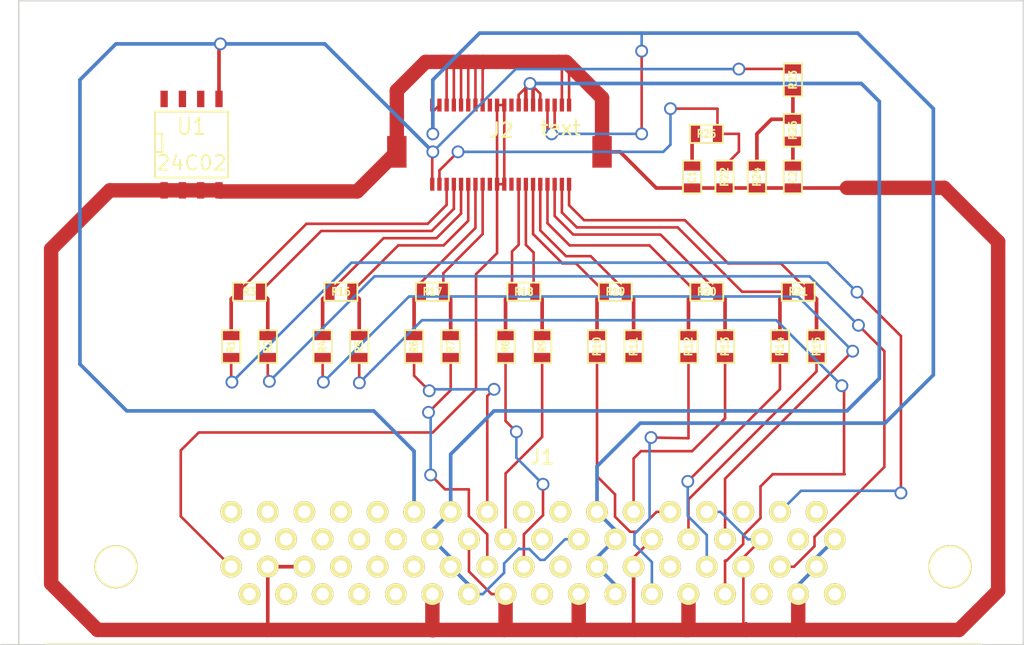
<source format=kicad_pcb>
(kicad_pcb (version 3) (host pcbnew "(2013-mar-13)-testing")

  (general
    (links 108)
    (no_connects 8)
    (area 110.949999 84.449999 182.050001 129.559001)
    (thickness 1.6)
    (drawings 5)
    (tracks 429)
    (zones 0)
    (modules 31)
    (nets 67)
  )

  (page A4)
  (layers
    (15 F.Cu signal)
    (0 B.Cu signal)
    (16 B.Adhes user)
    (17 F.Adhes user)
    (18 B.Paste user)
    (19 F.Paste user)
    (20 B.SilkS user)
    (21 F.SilkS user)
    (22 B.Mask user)
    (23 F.Mask user)
    (24 Dwgs.User user)
    (25 Cmts.User user)
    (26 Eco1.User user)
    (27 Eco2.User user)
    (28 Edge.Cuts user)
  )

  (setup
    (last_trace_width 0.18)
    (user_trace_width 0.18)
    (user_trace_width 1)
    (trace_clearance 0.254)
    (zone_clearance 0.508)
    (zone_45_only no)
    (trace_min 0.18)
    (segment_width 0.2)
    (edge_width 0.1)
    (via_size 0.889)
    (via_drill 0.635)
    (via_min_size 0.889)
    (via_min_drill 0.508)
    (uvia_size 0.508)
    (uvia_drill 0.127)
    (uvias_allowed no)
    (uvia_min_size 0.508)
    (uvia_min_drill 0.127)
    (pcb_text_width 0.3)
    (pcb_text_size 1.5 1.5)
    (mod_edge_width 0.15)
    (mod_text_size 1 1)
    (mod_text_width 0.15)
    (pad_size 1.35 2.2)
    (pad_drill 0.6)
    (pad_to_mask_clearance 0)
    (aux_axis_origin 0 0)
    (visible_elements FFFFFF7F)
    (pcbplotparams
      (layerselection 3178497)
      (usegerberextensions false)
      (excludeedgelayer true)
      (linewidth 0.150000)
      (plotframeref false)
      (viasonmask false)
      (mode 1)
      (useauxorigin false)
      (hpglpennumber 1)
      (hpglpenspeed 20)
      (hpglpendiameter 15)
      (hpglpenoverlay 2)
      (psnegative false)
      (psa4output false)
      (plotreference true)
      (plotvalue true)
      (plotothertext true)
      (plotinvisibletext false)
      (padsonsilk false)
      (subtractmaskfromsilk false)
      (outputformat 2)
      (mirror false)
      (drillshape 0)
      (scaleselection 1)
      (outputdirectory ""))
  )

  (net 0 "")
  (net 1 3V3)
  (net 2 AIN0)
  (net 3 AIN1)
  (net 4 CLK_n)
  (net 5 CLK_p)
  (net 6 CTR_n)
  (net 7 CTR_p)
  (net 8 GND)
  (net 9 HV)
  (net 10 I2C_SCL2)
  (net 11 I2C_SDA2)
  (net 12 N-0000010)
  (net 13 N-0000011)
  (net 14 N-0000015)
  (net 15 N-0000040)
  (net 16 N-0000041)
  (net 17 N-0000042)
  (net 18 N-0000043)
  (net 19 N-0000046)
  (net 20 N-0000047)
  (net 21 N-0000048)
  (net 22 N-0000049)
  (net 23 N-0000052)
  (net 24 N-0000053)
  (net 25 N-0000054)
  (net 26 N-0000055)
  (net 27 N-0000056)
  (net 28 N-0000057)
  (net 29 N-0000058)
  (net 30 N-0000059)
  (net 31 N-0000060)
  (net 32 N-0000061)
  (net 33 N-0000062)
  (net 34 N-0000063)
  (net 35 N-0000064)
  (net 36 N-0000065)
  (net 37 N-0000066)
  (net 38 N-000008)
  (net 39 N-000009)
  (net 40 RTD-)
  (net 41 SDATA1_n)
  (net 42 SDATA1_p)
  (net 43 SDATA3_n)
  (net 44 SDATA3_p)
  (net 45 SDATA4_n)
  (net 46 SDATA4_p)
  (net 47 SDA_n)
  (net 48 SDA_p)
  (net 49 TBM_160MHz_Out+)
  (net 50 TBM_160MHz_Out-)
  (net 51 TBM_Clk_In+)
  (net 52 TBM_Clk_In-)
  (net 53 TBM_Out_A+)
  (net 54 TBM_Out_A-)
  (net 55 TBM_RClk_Out+)
  (net 56 TBM_RClk_Out-)
  (net 57 TBM_RDa_Out+)
  (net 58 TBM_RDa_Out-)
  (net 59 TBM_SD_In+)
  (net 60 TBM_SD_In-)
  (net 61 TBM_Trig_In+)
  (net 62 TBM_Trig_In-)
  (net 63 TOUT_n)
  (net 64 TOUT_p)
  (net 65 VA)
  (net 66 VD)

  (net_class Default "This is the default net class."
    (clearance 0.254)
    (trace_width 0.254)
    (via_dia 0.889)
    (via_drill 0.635)
    (uvia_dia 0.508)
    (uvia_drill 0.127)
    (add_net "")
    (add_net 3V3)
    (add_net AIN0)
    (add_net AIN1)
    (add_net CLK_n)
    (add_net CLK_p)
    (add_net CTR_n)
    (add_net CTR_p)
    (add_net GND)
    (add_net HV)
    (add_net I2C_SCL2)
    (add_net I2C_SDA2)
    (add_net N-0000010)
    (add_net N-0000011)
    (add_net N-0000015)
    (add_net N-0000040)
    (add_net N-0000041)
    (add_net N-0000042)
    (add_net N-0000043)
    (add_net N-0000046)
    (add_net N-0000047)
    (add_net N-0000048)
    (add_net N-0000049)
    (add_net N-0000052)
    (add_net N-0000053)
    (add_net N-0000054)
    (add_net N-0000055)
    (add_net N-0000056)
    (add_net N-0000057)
    (add_net N-0000058)
    (add_net N-0000059)
    (add_net N-0000060)
    (add_net N-0000061)
    (add_net N-0000062)
    (add_net N-0000063)
    (add_net N-0000064)
    (add_net N-0000065)
    (add_net N-0000066)
    (add_net N-000008)
    (add_net N-000009)
    (add_net RTD-)
    (add_net SDATA1_n)
    (add_net SDATA1_p)
    (add_net SDATA3_n)
    (add_net SDATA3_p)
    (add_net SDATA4_n)
    (add_net SDATA4_p)
    (add_net SDA_n)
    (add_net SDA_p)
    (add_net TBM_160MHz_Out+)
    (add_net TBM_160MHz_Out-)
    (add_net TBM_Clk_In+)
    (add_net TBM_Clk_In-)
    (add_net TBM_Out_A+)
    (add_net TBM_Out_A-)
    (add_net TBM_RClk_Out+)
    (add_net TBM_RClk_Out-)
    (add_net TBM_RDa_Out+)
    (add_net TBM_RDa_Out-)
    (add_net TBM_SD_In+)
    (add_net TBM_SD_In-)
    (add_net TBM_Trig_In+)
    (add_net TBM_Trig_In-)
    (add_net TOUT_n)
    (add_net TOUT_p)
    (add_net VA)
    (add_net VD)
  )

  (net_class conn ""
    (clearance 0.18)
    (trace_width 0.18)
    (via_dia 0.889)
    (via_drill 0.635)
    (uvia_dia 0.508)
    (uvia_drill 0.127)
  )

  (net_class narrow ""
    (clearance 0.1)
    (trace_width 0.18)
    (via_dia 0.889)
    (via_drill 0.635)
    (uvia_dia 0.508)
    (uvia_drill 0.127)
  )

  (module SM0603 (layer F.Cu) (tedit 4E43A3D1) (tstamp 526C8CD1)
    (at 159 96.75 270)
    (path /526C360D)
    (attr smd)
    (fp_text reference C1 (at 0 0 270) (layer F.SilkS)
      (effects (font (size 0.508 0.4572) (thickness 0.1143)))
    )
    (fp_text value 0.1u (at 0 0 270) (layer F.SilkS) hide
      (effects (font (size 0.508 0.4572) (thickness 0.1143)))
    )
    (fp_line (start -1.143 -0.635) (end 1.143 -0.635) (layer F.SilkS) (width 0.127))
    (fp_line (start 1.143 -0.635) (end 1.143 0.635) (layer F.SilkS) (width 0.127))
    (fp_line (start 1.143 0.635) (end -1.143 0.635) (layer F.SilkS) (width 0.127))
    (fp_line (start -1.143 0.635) (end -1.143 -0.635) (layer F.SilkS) (width 0.127))
    (pad 1 smd rect (at -0.762 0 270) (size 0.635 1.143)
      (layers F.Cu F.Paste F.Mask)
      (net 2 AIN0)
    )
    (pad 2 smd rect (at 0.762 0 270) (size 0.635 1.143)
      (layers F.Cu F.Paste F.Mask)
      (net 8 GND)
    )
    (model smd\resistors\R0603.wrl
      (at (xyz 0 0 0.001))
      (scale (xyz 0.5 0.5 0.5))
      (rotate (xyz 0 0 0))
    )
  )

  (module SM0603 (layer F.Cu) (tedit 4E43A3D1) (tstamp 526C8CDB)
    (at 166 96.75 270)
    (path /526C361C)
    (attr smd)
    (fp_text reference C2 (at 0 0 270) (layer F.SilkS)
      (effects (font (size 0.508 0.4572) (thickness 0.1143)))
    )
    (fp_text value 0.1u (at 0 0 270) (layer F.SilkS) hide
      (effects (font (size 0.508 0.4572) (thickness 0.1143)))
    )
    (fp_line (start -1.143 -0.635) (end 1.143 -0.635) (layer F.SilkS) (width 0.127))
    (fp_line (start 1.143 -0.635) (end 1.143 0.635) (layer F.SilkS) (width 0.127))
    (fp_line (start 1.143 0.635) (end -1.143 0.635) (layer F.SilkS) (width 0.127))
    (fp_line (start -1.143 0.635) (end -1.143 -0.635) (layer F.SilkS) (width 0.127))
    (pad 1 smd rect (at -0.762 0 270) (size 0.635 1.143)
      (layers F.Cu F.Paste F.Mask)
      (net 3 AIN1)
    )
    (pad 2 smd rect (at 0.762 0 270) (size 0.635 1.143)
      (layers F.Cu F.Paste F.Mask)
      (net 8 GND)
    )
    (model smd\resistors\R0603.wrl
      (at (xyz 0 0 0.001))
      (scale (xyz 0.5 0.5 0.5))
      (rotate (xyz 0 0 0))
    )
  )

  (module SCSI68 (layer F.Cu) (tedit 526C8249) (tstamp 526C8D28)
    (at 148.59 121.92)
    (path /526C1593)
    (fp_text reference J1 (at 0 -5.715) (layer F.SilkS)
      (effects (font (size 1 1) (thickness 0.15)))
    )
    (fp_text value CONN-SCSI68 (at 0 -7.62) (layer F.SilkS) hide
      (effects (font (size 1 1) (thickness 0.15)))
    )
    (fp_line (start -34.48 7.31) (end 30.02 7.31) (layer F.SilkS) (width 0.15))
    (fp_line (start 30.02 7.31) (end 30.52 7.31) (layer F.SilkS) (width 0.15))
    (fp_text user text (at 1.27 -28.575) (layer F.SilkS)
      (effects (font (size 1 1) (thickness 0.15)))
    )
    (pad 1 thru_hole circle (at 20.32 0) (size 1.5 1.5) (drill 0.86)
      (layers *.Cu *.Mask F.SilkS)
      (net 8 GND)
    )
    (pad 2 thru_hole circle (at 20.32 3.81) (size 1.5 1.5) (drill 0.86)
      (layers *.Cu *.Mask F.SilkS)
      (net 16 N-0000041)
    )
    (pad 3 thru_hole circle (at 19.05 -1.905) (size 1.5 1.5) (drill 0.86)
      (layers *.Cu *.Mask F.SilkS)
      (net 17 N-0000042)
    )
    (pad 4 thru_hole circle (at 19.05 1.905) (size 1.5 1.5) (drill 0.86)
      (layers *.Cu *.Mask F.SilkS)
      (net 8 GND)
    )
    (pad 5 thru_hole circle (at 17.78 0) (size 1.5 1.5) (drill 0.86)
      (layers *.Cu *.Mask F.SilkS)
      (net 39 N-000009)
    )
    (pad 6 thru_hole circle (at 17.78 3.81) (size 1.5 1.5) (drill 0.86)
      (layers *.Cu *.Mask F.SilkS)
      (net 8 GND)
    )
    (pad 7 thru_hole circle (at 16.51 -1.905) (size 1.5 1.5) (drill 0.86)
      (layers *.Cu *.Mask F.SilkS)
      (net 42 SDATA1_p)
    )
    (pad 8 thru_hole circle (at 16.51 1.905) (size 1.5 1.5) (drill 0.86)
      (layers *.Cu *.Mask F.SilkS)
      (net 41 SDATA1_n)
    )
    (pad 9 thru_hole circle (at 15.24 0) (size 1.5 1.5) (drill 0.86)
      (layers *.Cu *.Mask F.SilkS)
      (net 8 GND)
    )
    (pad 10 thru_hole circle (at 15.24 3.81) (size 1.5 1.5) (drill 0.86)
      (layers *.Cu *.Mask F.SilkS)
      (net 14 N-0000015)
    )
    (pad 11 thru_hole circle (at 13.97 -1.905) (size 1.5 1.5) (drill 0.86)
      (layers *.Cu *.Mask F.SilkS)
      (net 38 N-000008)
    )
    (pad 12 thru_hole circle (at 13.97 1.905) (size 1.5 1.5) (drill 0.86)
      (layers *.Cu *.Mask F.SilkS)
      (net 8 GND)
    )
    (pad 13 thru_hole circle (at 12.7 0) (size 1.5 1.5) (drill 0.86)
      (layers *.Cu *.Mask F.SilkS)
      (net 44 SDATA3_p)
    )
    (pad 14 thru_hole circle (at 12.7 3.81) (size 1.5 1.5) (drill 0.86)
      (layers *.Cu *.Mask F.SilkS)
      (net 43 SDATA3_n)
    )
    (pad 15 thru_hole circle (at 11.43 -1.905) (size 1.5 1.5) (drill 0.86)
      (layers *.Cu *.Mask F.SilkS)
      (net 8 GND)
    )
    (pad 16 thru_hole circle (at 11.43 1.905) (size 1.5 1.5) (drill 0.86)
      (layers *.Cu *.Mask F.SilkS)
      (net 46 SDATA4_p)
    )
    (pad 17 thru_hole circle (at 10.16 0) (size 1.5 1.5) (drill 0.86)
      (layers *.Cu *.Mask F.SilkS)
      (net 45 SDATA4_n)
    )
    (pad 18 thru_hole circle (at 10.16 3.81) (size 1.5 1.5) (drill 0.86)
      (layers *.Cu *.Mask F.SilkS)
      (net 8 GND)
    )
    (pad 19 thru_hole circle (at 8.89 -1.905) (size 1.5 1.5) (drill 0.86)
      (layers *.Cu *.Mask F.SilkS)
      (net 7 CTR_p)
    )
    (pad 20 thru_hole circle (at 8.89 1.905) (size 1.5 1.5) (drill 0.86)
      (layers *.Cu *.Mask F.SilkS)
      (net 6 CTR_n)
    )
    (pad 21 thru_hole circle (at 7.62 0) (size 1.5 1.5) (drill 0.86)
      (layers *.Cu *.Mask F.SilkS)
      (net 8 GND)
    )
    (pad 22 thru_hole circle (at 7.62 3.81) (size 1.5 1.5) (drill 0.86)
      (layers *.Cu *.Mask F.SilkS)
      (net 5 CLK_p)
    )
    (pad 23 thru_hole circle (at 6.35 -1.905) (size 1.5 1.5) (drill 0.86)
      (layers *.Cu *.Mask F.SilkS)
      (net 4 CLK_n)
    )
    (pad 24 thru_hole circle (at 6.35 1.905) (size 1.5 1.5) (drill 0.86)
      (layers *.Cu *.Mask F.SilkS)
      (net 8 GND)
    )
    (pad 25 thru_hole circle (at 5.08 0) (size 1.5 1.5) (drill 0.86)
      (layers *.Cu *.Mask F.SilkS)
      (net 65 VA)
    )
    (pad 26 thru_hole circle (at 5.08 3.81) (size 1.5 1.5) (drill 0.86)
      (layers *.Cu *.Mask F.SilkS)
      (net 65 VA)
    )
    (pad 27 thru_hole circle (at 3.81 -1.905) (size 1.5 1.5) (drill 0.86)
      (layers *.Cu *.Mask F.SilkS)
      (net 65 VA)
    )
    (pad 28 thru_hole circle (at 3.81 1.905) (size 1.5 1.5) (drill 0.86)
      (layers *.Cu *.Mask F.SilkS)
      (net 65 VA)
    )
    (pad 29 thru_hole circle (at 2.54 0) (size 1.5 1.5) (drill 0.86)
      (layers *.Cu *.Mask F.SilkS)
      (net 66 VD)
    )
    (pad 30 thru_hole circle (at 2.54 3.81) (size 1.5 1.5) (drill 0.86)
      (layers *.Cu *.Mask F.SilkS)
      (net 8 GND)
    )
    (pad 31 thru_hole circle (at 1.27 -1.905) (size 1.5 1.5) (drill 0.86)
      (layers *.Cu *.Mask F.SilkS)
      (net 30 N-0000059)
    )
    (pad 32 thru_hole circle (at 1.27 1.905) (size 1.5 1.5) (drill 0.86)
      (layers *.Cu *.Mask F.SilkS)
      (net 29 N-0000058)
    )
    (pad 33 thru_hole circle (at 0 0) (size 1.5 1.5) (drill 0.86)
      (layers *.Cu *.Mask F.SilkS)
      (net 27 N-0000056)
    )
    (pad 34 thru_hole circle (at 0 3.81) (size 1.5 1.5) (drill 0.86)
      (layers *.Cu *.Mask F.SilkS)
      (net 24 N-0000053)
    )
    (pad 35 thru_hole circle (at -1.27 -1.905) (size 1.5 1.5) (drill 0.86)
      (layers *.Cu *.Mask F.SilkS)
      (net 8 GND)
    )
    (pad 36 thru_hole circle (at -1.27 1.905) (size 1.5 1.5) (drill 0.86)
      (layers *.Cu *.Mask F.SilkS)
      (net 48 SDA_p)
    )
    (pad 37 thru_hole circle (at -2.54 0) (size 1.5 1.5) (drill 0.86)
      (layers *.Cu *.Mask F.SilkS)
      (net 47 SDA_n)
    )
    (pad 38 thru_hole circle (at -2.54 3.81) (size 1.5 1.5) (drill 0.86)
      (layers *.Cu *.Mask F.SilkS)
      (net 8 GND)
    )
    (pad 39 thru_hole circle (at -3.81 -1.905) (size 1.5 1.5) (drill 0.86)
      (layers *.Cu *.Mask F.SilkS)
      (net 64 TOUT_p)
    )
    (pad 40 thru_hole circle (at -3.81 1.905) (size 1.5 1.5) (drill 0.86)
      (layers *.Cu *.Mask F.SilkS)
      (net 63 TOUT_n)
    )
    (pad 41 thru_hole circle (at -5.08 0) (size 1.5 1.5) (drill 0.86)
      (layers *.Cu *.Mask F.SilkS)
      (net 8 GND)
    )
    (pad 42 thru_hole circle (at -5.08 3.81) (size 1.5 1.5) (drill 0.86)
      (layers *.Cu *.Mask F.SilkS)
      (net 66 VD)
    )
    (pad 43 thru_hole circle (at -6.35 -1.905) (size 1.5 1.5) (drill 0.86)
      (layers *.Cu *.Mask F.SilkS)
      (net 66 VD)
    )
    (pad 44 thru_hole circle (at -6.35 1.905) (size 1.5 1.5) (drill 0.86)
      (layers *.Cu *.Mask F.SilkS)
      (net 66 VD)
    )
    (pad 45 thru_hole circle (at -7.62 0) (size 1.5 1.5) (drill 0.86)
      (layers *.Cu *.Mask F.SilkS)
      (net 66 VD)
    )
    (pad 46 thru_hole circle (at -7.62 3.81) (size 1.5 1.5) (drill 0.86)
      (layers *.Cu *.Mask F.SilkS)
      (net 8 GND)
    )
    (pad 47 thru_hole circle (at -8.89 -1.905) (size 1.5 1.5) (drill 0.86)
      (layers *.Cu *.Mask F.SilkS)
      (net 1 3V3)
    )
    (pad 48 thru_hole circle (at -8.89 1.905) (size 1.5 1.5) (drill 0.86)
      (layers *.Cu *.Mask F.SilkS)
      (net 12 N-0000010)
    )
    (pad 49 thru_hole circle (at -10.16 0) (size 1.5 1.5) (drill 0.86)
      (layers *.Cu *.Mask F.SilkS)
      (net 13 N-0000011)
    )
    (pad 50 thru_hole circle (at -10.16 3.81) (size 1.5 1.5) (drill 0.86)
      (layers *.Cu *.Mask F.SilkS)
      (net 31 N-0000060)
    )
    (pad 51 thru_hole circle (at -11.43 -1.905) (size 1.5 1.5) (drill 0.86)
      (layers *.Cu *.Mask F.SilkS)
      (net 10 I2C_SCL2)
    )
    (pad 52 thru_hole circle (at -11.43 1.905) (size 1.5 1.5) (drill 0.86)
      (layers *.Cu *.Mask F.SilkS)
      (net 11 I2C_SDA2)
    )
    (pad 53 thru_hole circle (at -12.7 0) (size 1.5 1.5) (drill 0.86)
      (layers *.Cu *.Mask F.SilkS)
      (net 26 N-0000055)
    )
    (pad 54 thru_hole circle (at -12.7 3.81) (size 1.5 1.5) (drill 0.86)
      (layers *.Cu *.Mask F.SilkS)
      (net 37 N-0000066)
    )
    (pad 55 thru_hole circle (at -13.97 -1.905) (size 1.5 1.5) (drill 0.86)
      (layers *.Cu *.Mask F.SilkS)
      (net 36 N-0000065)
    )
    (pad 56 thru_hole circle (at -13.97 1.905) (size 1.5 1.5) (drill 0.86)
      (layers *.Cu *.Mask F.SilkS)
      (net 34 N-0000063)
    )
    (pad 57 thru_hole circle (at -15.24 0) (size 1.5 1.5) (drill 0.86)
      (layers *.Cu *.Mask F.SilkS)
      (net 2 AIN0)
    )
    (pad 58 thru_hole circle (at -15.24 3.81) (size 1.5 1.5) (drill 0.86)
      (layers *.Cu *.Mask F.SilkS)
      (net 3 AIN1)
    )
    (pad 59 thru_hole circle (at -16.51 -1.905) (size 1.5 1.5) (drill 0.86)
      (layers *.Cu *.Mask F.SilkS)
      (net 15 N-0000040)
    )
    (pad 60 thru_hole circle (at -16.51 1.905) (size 1.5 1.5) (drill 0.86)
      (layers *.Cu *.Mask F.SilkS)
      (net 8 GND)
    )
    (pad 61 thru_hole circle (at -17.78 0) (size 1.5 1.5) (drill 0.86)
      (layers *.Cu *.Mask F.SilkS)
      (net 23 N-0000052)
    )
    (pad 62 thru_hole circle (at -17.78 3.81) (size 1.5 1.5) (drill 0.86)
      (layers *.Cu *.Mask F.SilkS)
      (net 28 N-0000057)
    )
    (pad 63 thru_hole circle (at -19.05 -1.905) (size 1.5 1.5) (drill 0.86)
      (layers *.Cu *.Mask F.SilkS)
      (net 25 N-0000054)
    )
    (pad 64 thru_hole circle (at -19.05 1.905) (size 1.5 1.5) (drill 0.86)
      (layers *.Cu *.Mask F.SilkS)
      (net 8 GND)
    )
    (pad 65 thru_hole circle (at -20.32 0) (size 1.5 1.5) (drill 0.86)
      (layers *.Cu *.Mask F.SilkS)
      (net 35 N-0000064)
    )
    (pad 66 thru_hole circle (at -20.32 3.81) (size 1.5 1.5) (drill 0.86)
      (layers *.Cu *.Mask F.SilkS)
      (net 33 N-0000062)
    )
    (pad 67 thru_hole circle (at -21.59 -1.905) (size 1.5 1.5) (drill 0.86)
      (layers *.Cu *.Mask F.SilkS)
      (net 32 N-0000061)
    )
    (pad 68 thru_hole circle (at -21.59 1.905) (size 1.5 1.5) (drill 0.86)
      (layers *.Cu *.Mask F.SilkS)
      (net 9 HV)
    )
    (pad 71 thru_hole circle (at -29.59 1.905) (size 3 3) (drill 2.77)
      (layers *.Cu *.Mask F.SilkS)
    )
    (pad 72 thru_hole circle (at 28.32 1.905) (size 3 3) (drill 2.77)
      (layers *.Cu *.Mask F.SilkS)
    )
  )

  (module SMK20 (layer F.Cu) (tedit 526C87E4) (tstamp 526C8D56)
    (at 145.75 96.75)
    (path /526C1CFC)
    (fp_text reference J2 (at 0.02 -3.25) (layer F.SilkS)
      (effects (font (size 1 1) (thickness 0.15)))
    )
    (fp_text value CONN-SMK20 (at -0.23 -1.25) (layer F.SilkS) hide
      (effects (font (size 1 1) (thickness 0.15)))
    )
    (pad 1 smd rect (at -4.79 0.5) (size 0.3 0.9)
      (layers F.Cu F.Paste F.Mask)
      (net 1 3V3)
    )
    (pad 2 smd rect (at -4.79 -5) (size 0.3 0.9)
      (layers F.Cu F.Paste F.Mask)
      (net 65 VA)
    )
    (pad 3 smd rect (at -4.29 0.5) (size 0.3 0.9)
      (layers F.Cu F.Paste F.Mask)
      (net 40 RTD-)
    )
    (pad 4 smd rect (at -4.29 -5) (size 0.3 0.9)
      (layers F.Cu F.Paste F.Mask)
      (net 65 VA)
    )
    (pad 5 smd rect (at -3.79 0.5) (size 0.3 0.9)
      (layers F.Cu F.Paste F.Mask)
      (net 53 TBM_Out_A+)
    )
    (pad 6 smd rect (at -3.79 -5) (size 0.3 0.9)
      (layers F.Cu F.Paste F.Mask)
      (net 8 GND)
    )
    (pad 7 smd rect (at -3.29 0.5) (size 0.3 0.9)
      (layers F.Cu F.Paste F.Mask)
      (net 54 TBM_Out_A-)
    )
    (pad 8 smd rect (at -3.29 -5) (size 0.3 0.9)
      (layers F.Cu F.Paste F.Mask)
      (net 8 GND)
    )
    (pad 9 smd rect (at -2.79 0.5) (size 0.3 0.9)
      (layers F.Cu F.Paste F.Mask)
      (net 55 TBM_RClk_Out+)
    )
    (pad 10 smd rect (at -2.79 -5) (size 0.3 0.9)
      (layers F.Cu F.Paste F.Mask)
      (net 8 GND)
    )
    (pad 11 smd rect (at -2.29 0.5) (size 0.3 0.9)
      (layers F.Cu F.Paste F.Mask)
      (net 56 TBM_RClk_Out-)
    )
    (pad 12 smd rect (at -2.29 -5) (size 0.3 0.9)
      (layers F.Cu F.Paste F.Mask)
      (net 8 GND)
    )
    (pad 13 smd rect (at -1.79 0.5) (size 0.3 0.9)
      (layers F.Cu F.Paste F.Mask)
      (net 57 TBM_RDa_Out+)
    )
    (pad 14 smd rect (at -1.79 -5) (size 0.3 0.9)
      (layers F.Cu F.Paste F.Mask)
      (net 8 GND)
    )
    (pad 15 smd rect (at -1.29 0.5) (size 0.3 0.9)
      (layers F.Cu F.Paste F.Mask)
      (net 58 TBM_RDa_Out-)
    )
    (pad 16 smd rect (at -1.29 -5) (size 0.3 0.9)
      (layers F.Cu F.Paste F.Mask)
      (net 8 GND)
    )
    (pad 17 smd rect (at -0.79 0.5) (size 0.3 0.9)
      (layers F.Cu F.Paste F.Mask)
      (net 22 N-0000049)
    )
    (pad 18 smd rect (at -0.79 -5) (size 0.3 0.9)
      (layers F.Cu F.Paste F.Mask)
      (net 20 N-0000047)
    )
    (pad 19 smd rect (at -0.29 0.5) (size 0.3 0.9)
      (layers F.Cu F.Paste F.Mask)
      (net 9 HV)
    )
    (pad 20 smd rect (at -0.29 -5) (size 0.3 0.9)
      (layers F.Cu F.Paste F.Mask)
      (net 9 HV)
    )
    (pad 21 smd rect (at 0.21 0.5) (size 0.3 0.9)
      (layers F.Cu F.Paste F.Mask)
      (net 9 HV)
    )
    (pad 22 smd rect (at 0.21 -5) (size 0.3 0.9)
      (layers F.Cu F.Paste F.Mask)
      (net 9 HV)
    )
    (pad 23 smd rect (at 0.71 0.5) (size 0.3 0.9)
      (layers F.Cu F.Paste F.Mask)
      (net 21 N-0000048)
    )
    (pad 24 smd rect (at 0.71 -5) (size 0.3 0.9)
      (layers F.Cu F.Paste F.Mask)
      (net 19 N-0000046)
    )
    (pad 25 smd rect (at 1.21 0.5) (size 0.3 0.9)
      (layers F.Cu F.Paste F.Mask)
      (net 59 TBM_SD_In+)
    )
    (pad 26 smd rect (at 1.21 -5) (size 0.3 0.9)
      (layers F.Cu F.Paste F.Mask)
      (net 66 VD)
    )
    (pad 27 smd rect (at 1.71 0.5) (size 0.3 0.9)
      (layers F.Cu F.Paste F.Mask)
      (net 60 TBM_SD_In-)
    )
    (pad 28 smd rect (at 1.71 -5) (size 0.3 0.9)
      (layers F.Cu F.Paste F.Mask)
      (net 66 VD)
    )
    (pad 29 smd rect (at 2.21 0.5) (size 0.3 0.9)
      (layers F.Cu F.Paste F.Mask)
      (net 61 TBM_Trig_In+)
    )
    (pad 30 smd rect (at 2.21 -5) (size 0.3 0.9)
      (layers F.Cu F.Paste F.Mask)
      (net 66 VD)
    )
    (pad 31 smd rect (at 2.71 0.5) (size 0.3 0.9)
      (layers F.Cu F.Paste F.Mask)
      (net 62 TBM_Trig_In-)
    )
    (pad 32 smd rect (at 2.71 -5) (size 0.3 0.9)
      (layers F.Cu F.Paste F.Mask)
      (net 66 VD)
    )
    (pad 33 smd rect (at 3.21 0.5) (size 0.3 0.9)
      (layers F.Cu F.Paste F.Mask)
      (net 51 TBM_Clk_In+)
    )
    (pad 34 smd rect (at 3.21 -5) (size 0.3 0.9)
      (layers F.Cu F.Paste F.Mask)
      (net 65 VA)
    )
    (pad 35 smd rect (at 3.71 0.5) (size 0.3 0.9)
      (layers F.Cu F.Paste F.Mask)
      (net 52 TBM_Clk_In-)
    )
    (pad 36 smd rect (at 3.71 -5) (size 0.3 0.9)
      (layers F.Cu F.Paste F.Mask)
      (net 65 VA)
    )
    (pad 37 smd rect (at 4.21 0.5) (size 0.3 0.9)
      (layers F.Cu F.Paste F.Mask)
      (net 49 TBM_160MHz_Out+)
    )
    (pad 38 smd rect (at 4.21 -5) (size 0.3 0.9)
      (layers F.Cu F.Paste F.Mask)
      (net 8 GND)
    )
    (pad 39 smd rect (at 4.71 0.5) (size 0.3 0.9)
      (layers F.Cu F.Paste F.Mask)
      (net 50 TBM_160MHz_Out-)
    )
    (pad 40 smd rect (at 4.71 -5) (size 0.3 0.9)
      (layers F.Cu F.Paste F.Mask)
      (net 8 GND)
    )
    (pad 41 smd rect (at -7.25 -1.75) (size 1.35 2.2)
      (layers F.Cu F.Paste F.Mask)
      (net 8 GND)
    )
    (pad 42 smd rect (at 7 -1.75) (size 1.35 2.2)
      (layers F.Cu F.Paste F.Mask)
      (net 8 GND)
    )
  )

  (module SM0603 (layer F.Cu) (tedit 4E43A3D1) (tstamp 526C8D60)
    (at 127 108.53 90)
    (path /526BF93C)
    (attr smd)
    (fp_text reference R1 (at 0 0 90) (layer F.SilkS)
      (effects (font (size 0.508 0.4572) (thickness 0.1143)))
    )
    (fp_text value 39 (at 0 0 90) (layer F.SilkS) hide
      (effects (font (size 0.508 0.4572) (thickness 0.1143)))
    )
    (fp_line (start -1.143 -0.635) (end 1.143 -0.635) (layer F.SilkS) (width 0.127))
    (fp_line (start 1.143 -0.635) (end 1.143 0.635) (layer F.SilkS) (width 0.127))
    (fp_line (start 1.143 0.635) (end -1.143 0.635) (layer F.SilkS) (width 0.127))
    (fp_line (start -1.143 0.635) (end -1.143 -0.635) (layer F.SilkS) (width 0.127))
    (pad 1 smd rect (at -0.762 0 90) (size 0.635 1.143)
      (layers F.Cu F.Paste F.Mask)
      (net 42 SDATA1_p)
    )
    (pad 2 smd rect (at 0.762 0 90) (size 0.635 1.143)
      (layers F.Cu F.Paste F.Mask)
      (net 53 TBM_Out_A+)
    )
    (model smd\resistors\R0603.wrl
      (at (xyz 0 0 0.001))
      (scale (xyz 0.5 0.5 0.5))
      (rotate (xyz 0 0 0))
    )
  )

  (module SM0603 (layer F.Cu) (tedit 4E43A3D1) (tstamp 526C8D6A)
    (at 129.54 108.53 90)
    (path /526BF9D2)
    (attr smd)
    (fp_text reference R2 (at 0 0 90) (layer F.SilkS)
      (effects (font (size 0.508 0.4572) (thickness 0.1143)))
    )
    (fp_text value 39 (at 0 0 90) (layer F.SilkS) hide
      (effects (font (size 0.508 0.4572) (thickness 0.1143)))
    )
    (fp_line (start -1.143 -0.635) (end 1.143 -0.635) (layer F.SilkS) (width 0.127))
    (fp_line (start 1.143 -0.635) (end 1.143 0.635) (layer F.SilkS) (width 0.127))
    (fp_line (start 1.143 0.635) (end -1.143 0.635) (layer F.SilkS) (width 0.127))
    (fp_line (start -1.143 0.635) (end -1.143 -0.635) (layer F.SilkS) (width 0.127))
    (pad 1 smd rect (at -0.762 0 90) (size 0.635 1.143)
      (layers F.Cu F.Paste F.Mask)
      (net 41 SDATA1_n)
    )
    (pad 2 smd rect (at 0.762 0 90) (size 0.635 1.143)
      (layers F.Cu F.Paste F.Mask)
      (net 54 TBM_Out_A-)
    )
    (model smd\resistors\R0603.wrl
      (at (xyz 0 0 0.001))
      (scale (xyz 0.5 0.5 0.5))
      (rotate (xyz 0 0 0))
    )
  )

  (module SM0603 (layer F.Cu) (tedit 4E43A3D1) (tstamp 526C8D74)
    (at 128.27 104.72)
    (path /526C1DAB)
    (attr smd)
    (fp_text reference R3 (at 0 0) (layer F.SilkS)
      (effects (font (size 0.508 0.4572) (thickness 0.1143)))
    )
    (fp_text value 91 (at 0 0) (layer F.SilkS) hide
      (effects (font (size 0.508 0.4572) (thickness 0.1143)))
    )
    (fp_line (start -1.143 -0.635) (end 1.143 -0.635) (layer F.SilkS) (width 0.127))
    (fp_line (start 1.143 -0.635) (end 1.143 0.635) (layer F.SilkS) (width 0.127))
    (fp_line (start 1.143 0.635) (end -1.143 0.635) (layer F.SilkS) (width 0.127))
    (fp_line (start -1.143 0.635) (end -1.143 -0.635) (layer F.SilkS) (width 0.127))
    (pad 1 smd rect (at -0.762 0) (size 0.635 1.143)
      (layers F.Cu F.Paste F.Mask)
      (net 53 TBM_Out_A+)
    )
    (pad 2 smd rect (at 0.762 0) (size 0.635 1.143)
      (layers F.Cu F.Paste F.Mask)
      (net 54 TBM_Out_A-)
    )
    (model smd\resistors\R0603.wrl
      (at (xyz 0 0 0.001))
      (scale (xyz 0.5 0.5 0.5))
      (rotate (xyz 0 0 0))
    )
  )

  (module SM0603 (layer F.Cu) (tedit 4E43A3D1) (tstamp 526C8D7E)
    (at 133.35 108.53 90)
    (path /526C2B42)
    (attr smd)
    (fp_text reference R4 (at 0 0 90) (layer F.SilkS)
      (effects (font (size 0.508 0.4572) (thickness 0.1143)))
    )
    (fp_text value 39 (at 0 0 90) (layer F.SilkS) hide
      (effects (font (size 0.508 0.4572) (thickness 0.1143)))
    )
    (fp_line (start -1.143 -0.635) (end 1.143 -0.635) (layer F.SilkS) (width 0.127))
    (fp_line (start 1.143 -0.635) (end 1.143 0.635) (layer F.SilkS) (width 0.127))
    (fp_line (start 1.143 0.635) (end -1.143 0.635) (layer F.SilkS) (width 0.127))
    (fp_line (start -1.143 0.635) (end -1.143 -0.635) (layer F.SilkS) (width 0.127))
    (pad 1 smd rect (at -0.762 0 90) (size 0.635 1.143)
      (layers F.Cu F.Paste F.Mask)
      (net 44 SDATA3_p)
    )
    (pad 2 smd rect (at 0.762 0 90) (size 0.635 1.143)
      (layers F.Cu F.Paste F.Mask)
      (net 55 TBM_RClk_Out+)
    )
    (model smd\resistors\R0603.wrl
      (at (xyz 0 0 0.001))
      (scale (xyz 0.5 0.5 0.5))
      (rotate (xyz 0 0 0))
    )
  )

  (module SM0603 (layer F.Cu) (tedit 4E43A3D1) (tstamp 526C8D88)
    (at 135.89 108.53 90)
    (path /526C2B60)
    (attr smd)
    (fp_text reference R5 (at 0 0 90) (layer F.SilkS)
      (effects (font (size 0.508 0.4572) (thickness 0.1143)))
    )
    (fp_text value 39 (at 0 0 90) (layer F.SilkS) hide
      (effects (font (size 0.508 0.4572) (thickness 0.1143)))
    )
    (fp_line (start -1.143 -0.635) (end 1.143 -0.635) (layer F.SilkS) (width 0.127))
    (fp_line (start 1.143 -0.635) (end 1.143 0.635) (layer F.SilkS) (width 0.127))
    (fp_line (start 1.143 0.635) (end -1.143 0.635) (layer F.SilkS) (width 0.127))
    (fp_line (start -1.143 0.635) (end -1.143 -0.635) (layer F.SilkS) (width 0.127))
    (pad 1 smd rect (at -0.762 0 90) (size 0.635 1.143)
      (layers F.Cu F.Paste F.Mask)
      (net 43 SDATA3_n)
    )
    (pad 2 smd rect (at 0.762 0 90) (size 0.635 1.143)
      (layers F.Cu F.Paste F.Mask)
      (net 56 TBM_RClk_Out-)
    )
    (model smd\resistors\R0603.wrl
      (at (xyz 0 0 0.001))
      (scale (xyz 0.5 0.5 0.5))
      (rotate (xyz 0 0 0))
    )
  )

  (module SM0603 (layer F.Cu) (tedit 4E43A3D1) (tstamp 526C8D92)
    (at 139.7 108.53 90)
    (path /526C2B6F)
    (attr smd)
    (fp_text reference R6 (at 0 0 90) (layer F.SilkS)
      (effects (font (size 0.508 0.4572) (thickness 0.1143)))
    )
    (fp_text value 39 (at 0 0 90) (layer F.SilkS) hide
      (effects (font (size 0.508 0.4572) (thickness 0.1143)))
    )
    (fp_line (start -1.143 -0.635) (end 1.143 -0.635) (layer F.SilkS) (width 0.127))
    (fp_line (start 1.143 -0.635) (end 1.143 0.635) (layer F.SilkS) (width 0.127))
    (fp_line (start 1.143 0.635) (end -1.143 0.635) (layer F.SilkS) (width 0.127))
    (fp_line (start -1.143 0.635) (end -1.143 -0.635) (layer F.SilkS) (width 0.127))
    (pad 1 smd rect (at -0.762 0 90) (size 0.635 1.143)
      (layers F.Cu F.Paste F.Mask)
      (net 64 TOUT_p)
    )
    (pad 2 smd rect (at 0.762 0 90) (size 0.635 1.143)
      (layers F.Cu F.Paste F.Mask)
      (net 57 TBM_RDa_Out+)
    )
    (model smd\resistors\R0603.wrl
      (at (xyz 0 0 0.001))
      (scale (xyz 0.5 0.5 0.5))
      (rotate (xyz 0 0 0))
    )
  )

  (module SM0603 (layer F.Cu) (tedit 4E43A3D1) (tstamp 526C8D9C)
    (at 142.24 108.53 90)
    (path /526C2B8D)
    (attr smd)
    (fp_text reference R7 (at 0 0 90) (layer F.SilkS)
      (effects (font (size 0.508 0.4572) (thickness 0.1143)))
    )
    (fp_text value 39 (at 0 0 90) (layer F.SilkS) hide
      (effects (font (size 0.508 0.4572) (thickness 0.1143)))
    )
    (fp_line (start -1.143 -0.635) (end 1.143 -0.635) (layer F.SilkS) (width 0.127))
    (fp_line (start 1.143 -0.635) (end 1.143 0.635) (layer F.SilkS) (width 0.127))
    (fp_line (start 1.143 0.635) (end -1.143 0.635) (layer F.SilkS) (width 0.127))
    (fp_line (start -1.143 0.635) (end -1.143 -0.635) (layer F.SilkS) (width 0.127))
    (pad 1 smd rect (at -0.762 0 90) (size 0.635 1.143)
      (layers F.Cu F.Paste F.Mask)
      (net 63 TOUT_n)
    )
    (pad 2 smd rect (at 0.762 0 90) (size 0.635 1.143)
      (layers F.Cu F.Paste F.Mask)
      (net 58 TBM_RDa_Out-)
    )
    (model smd\resistors\R0603.wrl
      (at (xyz 0 0 0.001))
      (scale (xyz 0.5 0.5 0.5))
      (rotate (xyz 0 0 0))
    )
  )

  (module SM0603 (layer F.Cu) (tedit 4E43A3D1) (tstamp 526C8DA6)
    (at 146.05 108.53 90)
    (path /526C2B9C)
    (attr smd)
    (fp_text reference R8 (at 0 0 90) (layer F.SilkS)
      (effects (font (size 0.508 0.4572) (thickness 0.1143)))
    )
    (fp_text value 39 (at 0 0 90) (layer F.SilkS) hide
      (effects (font (size 0.508 0.4572) (thickness 0.1143)))
    )
    (fp_line (start -1.143 -0.635) (end 1.143 -0.635) (layer F.SilkS) (width 0.127))
    (fp_line (start 1.143 -0.635) (end 1.143 0.635) (layer F.SilkS) (width 0.127))
    (fp_line (start 1.143 0.635) (end -1.143 0.635) (layer F.SilkS) (width 0.127))
    (fp_line (start -1.143 0.635) (end -1.143 -0.635) (layer F.SilkS) (width 0.127))
    (pad 1 smd rect (at -0.762 0 90) (size 0.635 1.143)
      (layers F.Cu F.Paste F.Mask)
      (net 48 SDA_p)
    )
    (pad 2 smd rect (at 0.762 0 90) (size 0.635 1.143)
      (layers F.Cu F.Paste F.Mask)
      (net 59 TBM_SD_In+)
    )
    (model smd\resistors\R0603.wrl
      (at (xyz 0 0 0.001))
      (scale (xyz 0.5 0.5 0.5))
      (rotate (xyz 0 0 0))
    )
  )

  (module SM0603 (layer F.Cu) (tedit 4E43A3D1) (tstamp 526C8DB0)
    (at 148.59 108.53 90)
    (path /526C2BBA)
    (attr smd)
    (fp_text reference R9 (at 0 0 90) (layer F.SilkS)
      (effects (font (size 0.508 0.4572) (thickness 0.1143)))
    )
    (fp_text value 39 (at 0 0 90) (layer F.SilkS) hide
      (effects (font (size 0.508 0.4572) (thickness 0.1143)))
    )
    (fp_line (start -1.143 -0.635) (end 1.143 -0.635) (layer F.SilkS) (width 0.127))
    (fp_line (start 1.143 -0.635) (end 1.143 0.635) (layer F.SilkS) (width 0.127))
    (fp_line (start 1.143 0.635) (end -1.143 0.635) (layer F.SilkS) (width 0.127))
    (fp_line (start -1.143 0.635) (end -1.143 -0.635) (layer F.SilkS) (width 0.127))
    (pad 1 smd rect (at -0.762 0 90) (size 0.635 1.143)
      (layers F.Cu F.Paste F.Mask)
      (net 47 SDA_n)
    )
    (pad 2 smd rect (at 0.762 0 90) (size 0.635 1.143)
      (layers F.Cu F.Paste F.Mask)
      (net 60 TBM_SD_In-)
    )
    (model smd\resistors\R0603.wrl
      (at (xyz 0 0 0.001))
      (scale (xyz 0.5 0.5 0.5))
      (rotate (xyz 0 0 0))
    )
  )

  (module SM0603 (layer F.Cu) (tedit 4E43A3D1) (tstamp 526C8DBA)
    (at 152.4 108.53 90)
    (path /526C2BC9)
    (attr smd)
    (fp_text reference R10 (at 0 0 90) (layer F.SilkS)
      (effects (font (size 0.508 0.4572) (thickness 0.1143)))
    )
    (fp_text value 39 (at 0 0 90) (layer F.SilkS) hide
      (effects (font (size 0.508 0.4572) (thickness 0.1143)))
    )
    (fp_line (start -1.143 -0.635) (end 1.143 -0.635) (layer F.SilkS) (width 0.127))
    (fp_line (start 1.143 -0.635) (end 1.143 0.635) (layer F.SilkS) (width 0.127))
    (fp_line (start 1.143 0.635) (end -1.143 0.635) (layer F.SilkS) (width 0.127))
    (fp_line (start -1.143 0.635) (end -1.143 -0.635) (layer F.SilkS) (width 0.127))
    (pad 1 smd rect (at -0.762 0 90) (size 0.635 1.143)
      (layers F.Cu F.Paste F.Mask)
      (net 7 CTR_p)
    )
    (pad 2 smd rect (at 0.762 0 90) (size 0.635 1.143)
      (layers F.Cu F.Paste F.Mask)
      (net 61 TBM_Trig_In+)
    )
    (model smd\resistors\R0603.wrl
      (at (xyz 0 0 0.001))
      (scale (xyz 0.5 0.5 0.5))
      (rotate (xyz 0 0 0))
    )
  )

  (module SM0603 (layer F.Cu) (tedit 4E43A3D1) (tstamp 526C8DC4)
    (at 154.94 108.53 90)
    (path /526C2BE7)
    (attr smd)
    (fp_text reference R11 (at 0 0 90) (layer F.SilkS)
      (effects (font (size 0.508 0.4572) (thickness 0.1143)))
    )
    (fp_text value 39 (at 0 0 90) (layer F.SilkS) hide
      (effects (font (size 0.508 0.4572) (thickness 0.1143)))
    )
    (fp_line (start -1.143 -0.635) (end 1.143 -0.635) (layer F.SilkS) (width 0.127))
    (fp_line (start 1.143 -0.635) (end 1.143 0.635) (layer F.SilkS) (width 0.127))
    (fp_line (start 1.143 0.635) (end -1.143 0.635) (layer F.SilkS) (width 0.127))
    (fp_line (start -1.143 0.635) (end -1.143 -0.635) (layer F.SilkS) (width 0.127))
    (pad 1 smd rect (at -0.762 0 90) (size 0.635 1.143)
      (layers F.Cu F.Paste F.Mask)
      (net 6 CTR_n)
    )
    (pad 2 smd rect (at 0.762 0 90) (size 0.635 1.143)
      (layers F.Cu F.Paste F.Mask)
      (net 62 TBM_Trig_In-)
    )
    (model smd\resistors\R0603.wrl
      (at (xyz 0 0 0.001))
      (scale (xyz 0.5 0.5 0.5))
      (rotate (xyz 0 0 0))
    )
  )

  (module SM0603 (layer F.Cu) (tedit 4E43A3D1) (tstamp 526C8DCE)
    (at 158.75 108.53 90)
    (path /526C2BF6)
    (attr smd)
    (fp_text reference R12 (at 0 0 90) (layer F.SilkS)
      (effects (font (size 0.508 0.4572) (thickness 0.1143)))
    )
    (fp_text value 39 (at 0 0 90) (layer F.SilkS) hide
      (effects (font (size 0.508 0.4572) (thickness 0.1143)))
    )
    (fp_line (start -1.143 -0.635) (end 1.143 -0.635) (layer F.SilkS) (width 0.127))
    (fp_line (start 1.143 -0.635) (end 1.143 0.635) (layer F.SilkS) (width 0.127))
    (fp_line (start 1.143 0.635) (end -1.143 0.635) (layer F.SilkS) (width 0.127))
    (fp_line (start -1.143 0.635) (end -1.143 -0.635) (layer F.SilkS) (width 0.127))
    (pad 1 smd rect (at -0.762 0 90) (size 0.635 1.143)
      (layers F.Cu F.Paste F.Mask)
      (net 5 CLK_p)
    )
    (pad 2 smd rect (at 0.762 0 90) (size 0.635 1.143)
      (layers F.Cu F.Paste F.Mask)
      (net 51 TBM_Clk_In+)
    )
    (model smd\resistors\R0603.wrl
      (at (xyz 0 0 0.001))
      (scale (xyz 0.5 0.5 0.5))
      (rotate (xyz 0 0 0))
    )
  )

  (module SM0603 (layer F.Cu) (tedit 4E43A3D1) (tstamp 526C8DD8)
    (at 161.29 108.53 90)
    (path /526C2C14)
    (attr smd)
    (fp_text reference R13 (at 0 0 90) (layer F.SilkS)
      (effects (font (size 0.508 0.4572) (thickness 0.1143)))
    )
    (fp_text value 39 (at 0 0 90) (layer F.SilkS) hide
      (effects (font (size 0.508 0.4572) (thickness 0.1143)))
    )
    (fp_line (start -1.143 -0.635) (end 1.143 -0.635) (layer F.SilkS) (width 0.127))
    (fp_line (start 1.143 -0.635) (end 1.143 0.635) (layer F.SilkS) (width 0.127))
    (fp_line (start 1.143 0.635) (end -1.143 0.635) (layer F.SilkS) (width 0.127))
    (fp_line (start -1.143 0.635) (end -1.143 -0.635) (layer F.SilkS) (width 0.127))
    (pad 1 smd rect (at -0.762 0 90) (size 0.635 1.143)
      (layers F.Cu F.Paste F.Mask)
      (net 4 CLK_n)
    )
    (pad 2 smd rect (at 0.762 0 90) (size 0.635 1.143)
      (layers F.Cu F.Paste F.Mask)
      (net 52 TBM_Clk_In-)
    )
    (model smd\resistors\R0603.wrl
      (at (xyz 0 0 0.001))
      (scale (xyz 0.5 0.5 0.5))
      (rotate (xyz 0 0 0))
    )
  )

  (module SM0603 (layer F.Cu) (tedit 4E43A3D1) (tstamp 526C8DE2)
    (at 165.1 108.53 90)
    (path /526C2C23)
    (attr smd)
    (fp_text reference R14 (at 0 0 90) (layer F.SilkS)
      (effects (font (size 0.508 0.4572) (thickness 0.1143)))
    )
    (fp_text value 39 (at 0 0 90) (layer F.SilkS) hide
      (effects (font (size 0.508 0.4572) (thickness 0.1143)))
    )
    (fp_line (start -1.143 -0.635) (end 1.143 -0.635) (layer F.SilkS) (width 0.127))
    (fp_line (start 1.143 -0.635) (end 1.143 0.635) (layer F.SilkS) (width 0.127))
    (fp_line (start 1.143 0.635) (end -1.143 0.635) (layer F.SilkS) (width 0.127))
    (fp_line (start -1.143 0.635) (end -1.143 -0.635) (layer F.SilkS) (width 0.127))
    (pad 1 smd rect (at -0.762 0 90) (size 0.635 1.143)
      (layers F.Cu F.Paste F.Mask)
      (net 46 SDATA4_p)
    )
    (pad 2 smd rect (at 0.762 0 90) (size 0.635 1.143)
      (layers F.Cu F.Paste F.Mask)
      (net 49 TBM_160MHz_Out+)
    )
    (model smd\resistors\R0603.wrl
      (at (xyz 0 0 0.001))
      (scale (xyz 0.5 0.5 0.5))
      (rotate (xyz 0 0 0))
    )
  )

  (module SM0603 (layer F.Cu) (tedit 4E43A3D1) (tstamp 526C8DEC)
    (at 167.64 108.53 90)
    (path /526C2C41)
    (attr smd)
    (fp_text reference R15 (at 0 0 90) (layer F.SilkS)
      (effects (font (size 0.508 0.4572) (thickness 0.1143)))
    )
    (fp_text value 39 (at 0 0 90) (layer F.SilkS) hide
      (effects (font (size 0.508 0.4572) (thickness 0.1143)))
    )
    (fp_line (start -1.143 -0.635) (end 1.143 -0.635) (layer F.SilkS) (width 0.127))
    (fp_line (start 1.143 -0.635) (end 1.143 0.635) (layer F.SilkS) (width 0.127))
    (fp_line (start 1.143 0.635) (end -1.143 0.635) (layer F.SilkS) (width 0.127))
    (fp_line (start -1.143 0.635) (end -1.143 -0.635) (layer F.SilkS) (width 0.127))
    (pad 1 smd rect (at -0.762 0 90) (size 0.635 1.143)
      (layers F.Cu F.Paste F.Mask)
      (net 45 SDATA4_n)
    )
    (pad 2 smd rect (at 0.762 0 90) (size 0.635 1.143)
      (layers F.Cu F.Paste F.Mask)
      (net 50 TBM_160MHz_Out-)
    )
    (model smd\resistors\R0603.wrl
      (at (xyz 0 0 0.001))
      (scale (xyz 0.5 0.5 0.5))
      (rotate (xyz 0 0 0))
    )
  )

  (module SM0603 (layer F.Cu) (tedit 4E43A3D1) (tstamp 526C8DF6)
    (at 134.62 104.72)
    (path /526C2B51)
    (attr smd)
    (fp_text reference R16 (at 0 0) (layer F.SilkS)
      (effects (font (size 0.508 0.4572) (thickness 0.1143)))
    )
    (fp_text value 91 (at 0 0) (layer F.SilkS) hide
      (effects (font (size 0.508 0.4572) (thickness 0.1143)))
    )
    (fp_line (start -1.143 -0.635) (end 1.143 -0.635) (layer F.SilkS) (width 0.127))
    (fp_line (start 1.143 -0.635) (end 1.143 0.635) (layer F.SilkS) (width 0.127))
    (fp_line (start 1.143 0.635) (end -1.143 0.635) (layer F.SilkS) (width 0.127))
    (fp_line (start -1.143 0.635) (end -1.143 -0.635) (layer F.SilkS) (width 0.127))
    (pad 1 smd rect (at -0.762 0) (size 0.635 1.143)
      (layers F.Cu F.Paste F.Mask)
      (net 55 TBM_RClk_Out+)
    )
    (pad 2 smd rect (at 0.762 0) (size 0.635 1.143)
      (layers F.Cu F.Paste F.Mask)
      (net 56 TBM_RClk_Out-)
    )
    (model smd\resistors\R0603.wrl
      (at (xyz 0 0 0.001))
      (scale (xyz 0.5 0.5 0.5))
      (rotate (xyz 0 0 0))
    )
  )

  (module SM0603 (layer F.Cu) (tedit 4E43A3D1) (tstamp 526C8E00)
    (at 140.97 104.72)
    (path /526C2B7E)
    (attr smd)
    (fp_text reference R17 (at 0 0) (layer F.SilkS)
      (effects (font (size 0.508 0.4572) (thickness 0.1143)))
    )
    (fp_text value 91 (at 0 0) (layer F.SilkS) hide
      (effects (font (size 0.508 0.4572) (thickness 0.1143)))
    )
    (fp_line (start -1.143 -0.635) (end 1.143 -0.635) (layer F.SilkS) (width 0.127))
    (fp_line (start 1.143 -0.635) (end 1.143 0.635) (layer F.SilkS) (width 0.127))
    (fp_line (start 1.143 0.635) (end -1.143 0.635) (layer F.SilkS) (width 0.127))
    (fp_line (start -1.143 0.635) (end -1.143 -0.635) (layer F.SilkS) (width 0.127))
    (pad 1 smd rect (at -0.762 0) (size 0.635 1.143)
      (layers F.Cu F.Paste F.Mask)
      (net 57 TBM_RDa_Out+)
    )
    (pad 2 smd rect (at 0.762 0) (size 0.635 1.143)
      (layers F.Cu F.Paste F.Mask)
      (net 58 TBM_RDa_Out-)
    )
    (model smd\resistors\R0603.wrl
      (at (xyz 0 0 0.001))
      (scale (xyz 0.5 0.5 0.5))
      (rotate (xyz 0 0 0))
    )
  )

  (module SM0603 (layer F.Cu) (tedit 4E43A3D1) (tstamp 526C8E0A)
    (at 147.32 104.72)
    (path /526C2BAB)
    (attr smd)
    (fp_text reference R18 (at 0 0) (layer F.SilkS)
      (effects (font (size 0.508 0.4572) (thickness 0.1143)))
    )
    (fp_text value 91 (at 0 0) (layer F.SilkS) hide
      (effects (font (size 0.508 0.4572) (thickness 0.1143)))
    )
    (fp_line (start -1.143 -0.635) (end 1.143 -0.635) (layer F.SilkS) (width 0.127))
    (fp_line (start 1.143 -0.635) (end 1.143 0.635) (layer F.SilkS) (width 0.127))
    (fp_line (start 1.143 0.635) (end -1.143 0.635) (layer F.SilkS) (width 0.127))
    (fp_line (start -1.143 0.635) (end -1.143 -0.635) (layer F.SilkS) (width 0.127))
    (pad 1 smd rect (at -0.762 0) (size 0.635 1.143)
      (layers F.Cu F.Paste F.Mask)
      (net 59 TBM_SD_In+)
    )
    (pad 2 smd rect (at 0.762 0) (size 0.635 1.143)
      (layers F.Cu F.Paste F.Mask)
      (net 60 TBM_SD_In-)
    )
    (model smd\resistors\R0603.wrl
      (at (xyz 0 0 0.001))
      (scale (xyz 0.5 0.5 0.5))
      (rotate (xyz 0 0 0))
    )
  )

  (module SM0603 (layer F.Cu) (tedit 4E43A3D1) (tstamp 526C8E14)
    (at 153.67 104.72)
    (path /526C2BD8)
    (attr smd)
    (fp_text reference R19 (at 0 0) (layer F.SilkS)
      (effects (font (size 0.508 0.4572) (thickness 0.1143)))
    )
    (fp_text value 91 (at 0 0) (layer F.SilkS) hide
      (effects (font (size 0.508 0.4572) (thickness 0.1143)))
    )
    (fp_line (start -1.143 -0.635) (end 1.143 -0.635) (layer F.SilkS) (width 0.127))
    (fp_line (start 1.143 -0.635) (end 1.143 0.635) (layer F.SilkS) (width 0.127))
    (fp_line (start 1.143 0.635) (end -1.143 0.635) (layer F.SilkS) (width 0.127))
    (fp_line (start -1.143 0.635) (end -1.143 -0.635) (layer F.SilkS) (width 0.127))
    (pad 1 smd rect (at -0.762 0) (size 0.635 1.143)
      (layers F.Cu F.Paste F.Mask)
      (net 61 TBM_Trig_In+)
    )
    (pad 2 smd rect (at 0.762 0) (size 0.635 1.143)
      (layers F.Cu F.Paste F.Mask)
      (net 62 TBM_Trig_In-)
    )
    (model smd\resistors\R0603.wrl
      (at (xyz 0 0 0.001))
      (scale (xyz 0.5 0.5 0.5))
      (rotate (xyz 0 0 0))
    )
  )

  (module SM0603 (layer F.Cu) (tedit 4E43A3D1) (tstamp 526C8E1E)
    (at 160.02 104.72 180)
    (path /526C2C05)
    (attr smd)
    (fp_text reference R20 (at 0 0 180) (layer F.SilkS)
      (effects (font (size 0.508 0.4572) (thickness 0.1143)))
    )
    (fp_text value 91 (at 0 0 180) (layer F.SilkS) hide
      (effects (font (size 0.508 0.4572) (thickness 0.1143)))
    )
    (fp_line (start -1.143 -0.635) (end 1.143 -0.635) (layer F.SilkS) (width 0.127))
    (fp_line (start 1.143 -0.635) (end 1.143 0.635) (layer F.SilkS) (width 0.127))
    (fp_line (start 1.143 0.635) (end -1.143 0.635) (layer F.SilkS) (width 0.127))
    (fp_line (start -1.143 0.635) (end -1.143 -0.635) (layer F.SilkS) (width 0.127))
    (pad 1 smd rect (at -0.762 0 180) (size 0.635 1.143)
      (layers F.Cu F.Paste F.Mask)
      (net 52 TBM_Clk_In-)
    )
    (pad 2 smd rect (at 0.762 0 180) (size 0.635 1.143)
      (layers F.Cu F.Paste F.Mask)
      (net 51 TBM_Clk_In+)
    )
    (model smd\resistors\R0603.wrl
      (at (xyz 0 0 0.001))
      (scale (xyz 0.5 0.5 0.5))
      (rotate (xyz 0 0 0))
    )
  )

  (module SM0603 (layer F.Cu) (tedit 4E43A3D1) (tstamp 526C8E28)
    (at 166.37 104.72)
    (path /526C2C32)
    (attr smd)
    (fp_text reference R21 (at 0 0) (layer F.SilkS)
      (effects (font (size 0.508 0.4572) (thickness 0.1143)))
    )
    (fp_text value 91 (at 0 0) (layer F.SilkS) hide
      (effects (font (size 0.508 0.4572) (thickness 0.1143)))
    )
    (fp_line (start -1.143 -0.635) (end 1.143 -0.635) (layer F.SilkS) (width 0.127))
    (fp_line (start 1.143 -0.635) (end 1.143 0.635) (layer F.SilkS) (width 0.127))
    (fp_line (start 1.143 0.635) (end -1.143 0.635) (layer F.SilkS) (width 0.127))
    (fp_line (start -1.143 0.635) (end -1.143 -0.635) (layer F.SilkS) (width 0.127))
    (pad 1 smd rect (at -0.762 0) (size 0.635 1.143)
      (layers F.Cu F.Paste F.Mask)
      (net 49 TBM_160MHz_Out+)
    )
    (pad 2 smd rect (at 0.762 0) (size 0.635 1.143)
      (layers F.Cu F.Paste F.Mask)
      (net 50 TBM_160MHz_Out-)
    )
    (model smd\resistors\R0603.wrl
      (at (xyz 0 0 0.001))
      (scale (xyz 0.5 0.5 0.5))
      (rotate (xyz 0 0 0))
    )
  )

  (module SM0603 (layer F.Cu) (tedit 4E43A3D1) (tstamp 526C8E32)
    (at 161.25 96.75 270)
    (path /526C35E0)
    (attr smd)
    (fp_text reference R22 (at 0 0 270) (layer F.SilkS)
      (effects (font (size 0.508 0.4572) (thickness 0.1143)))
    )
    (fp_text value 10k (at 0 0 270) (layer F.SilkS) hide
      (effects (font (size 0.508 0.4572) (thickness 0.1143)))
    )
    (fp_line (start -1.143 -0.635) (end 1.143 -0.635) (layer F.SilkS) (width 0.127))
    (fp_line (start 1.143 -0.635) (end 1.143 0.635) (layer F.SilkS) (width 0.127))
    (fp_line (start 1.143 0.635) (end -1.143 0.635) (layer F.SilkS) (width 0.127))
    (fp_line (start -1.143 0.635) (end -1.143 -0.635) (layer F.SilkS) (width 0.127))
    (pad 1 smd rect (at -0.762 0 270) (size 0.635 1.143)
      (layers F.Cu F.Paste F.Mask)
      (net 40 RTD-)
    )
    (pad 2 smd rect (at 0.762 0 270) (size 0.635 1.143)
      (layers F.Cu F.Paste F.Mask)
      (net 8 GND)
    )
    (model smd\resistors\R0603.wrl
      (at (xyz 0 0 0.001))
      (scale (xyz 0.5 0.5 0.5))
      (rotate (xyz 0 0 0))
    )
  )

  (module SM0603 (layer F.Cu) (tedit 4E43A3D1) (tstamp 526C8E3C)
    (at 166 90 270)
    (path /526C35EF)
    (attr smd)
    (fp_text reference R23 (at 0 0 270) (layer F.SilkS)
      (effects (font (size 0.508 0.4572) (thickness 0.1143)))
    )
    (fp_text value 10k (at 0 0 270) (layer F.SilkS) hide
      (effects (font (size 0.508 0.4572) (thickness 0.1143)))
    )
    (fp_line (start -1.143 -0.635) (end 1.143 -0.635) (layer F.SilkS) (width 0.127))
    (fp_line (start 1.143 -0.635) (end 1.143 0.635) (layer F.SilkS) (width 0.127))
    (fp_line (start 1.143 0.635) (end -1.143 0.635) (layer F.SilkS) (width 0.127))
    (fp_line (start -1.143 0.635) (end -1.143 -0.635) (layer F.SilkS) (width 0.127))
    (pad 1 smd rect (at -0.762 0 270) (size 0.635 1.143)
      (layers F.Cu F.Paste F.Mask)
      (net 1 3V3)
    )
    (pad 2 smd rect (at 0.762 0 270) (size 0.635 1.143)
      (layers F.Cu F.Paste F.Mask)
      (net 18 N-0000043)
    )
    (model smd\resistors\R0603.wrl
      (at (xyz 0 0 0.001))
      (scale (xyz 0.5 0.5 0.5))
      (rotate (xyz 0 0 0))
    )
  )

  (module SM0603 (layer F.Cu) (tedit 4E43A3D1) (tstamp 526C8E46)
    (at 163.5 96.75 270)
    (path /526C35D1)
    (attr smd)
    (fp_text reference R24 (at 0 0 270) (layer F.SilkS)
      (effects (font (size 0.508 0.4572) (thickness 0.1143)))
    )
    (fp_text value 10k (at 0 0 270) (layer F.SilkS) hide
      (effects (font (size 0.508 0.4572) (thickness 0.1143)))
    )
    (fp_line (start -1.143 -0.635) (end 1.143 -0.635) (layer F.SilkS) (width 0.127))
    (fp_line (start 1.143 -0.635) (end 1.143 0.635) (layer F.SilkS) (width 0.127))
    (fp_line (start 1.143 0.635) (end -1.143 0.635) (layer F.SilkS) (width 0.127))
    (fp_line (start -1.143 0.635) (end -1.143 -0.635) (layer F.SilkS) (width 0.127))
    (pad 1 smd rect (at -0.762 0 270) (size 0.635 1.143)
      (layers F.Cu F.Paste F.Mask)
      (net 18 N-0000043)
    )
    (pad 2 smd rect (at 0.762 0 270) (size 0.635 1.143)
      (layers F.Cu F.Paste F.Mask)
      (net 8 GND)
    )
    (model smd\resistors\R0603.wrl
      (at (xyz 0 0 0.001))
      (scale (xyz 0.5 0.5 0.5))
      (rotate (xyz 0 0 0))
    )
  )

  (module SM0603 (layer F.Cu) (tedit 4E43A3D1) (tstamp 526C8E50)
    (at 160 93.75 180)
    (path /526C35B3)
    (attr smd)
    (fp_text reference R25 (at 0 0 180) (layer F.SilkS)
      (effects (font (size 0.508 0.4572) (thickness 0.1143)))
    )
    (fp_text value 10k (at 0 0 180) (layer F.SilkS) hide
      (effects (font (size 0.508 0.4572) (thickness 0.1143)))
    )
    (fp_line (start -1.143 -0.635) (end 1.143 -0.635) (layer F.SilkS) (width 0.127))
    (fp_line (start 1.143 -0.635) (end 1.143 0.635) (layer F.SilkS) (width 0.127))
    (fp_line (start 1.143 0.635) (end -1.143 0.635) (layer F.SilkS) (width 0.127))
    (fp_line (start -1.143 0.635) (end -1.143 -0.635) (layer F.SilkS) (width 0.127))
    (pad 1 smd rect (at -0.762 0 180) (size 0.635 1.143)
      (layers F.Cu F.Paste F.Mask)
      (net 40 RTD-)
    )
    (pad 2 smd rect (at 0.762 0 180) (size 0.635 1.143)
      (layers F.Cu F.Paste F.Mask)
      (net 2 AIN0)
    )
    (model smd\resistors\R0603.wrl
      (at (xyz 0 0 0.001))
      (scale (xyz 0.5 0.5 0.5))
      (rotate (xyz 0 0 0))
    )
  )

  (module SM0603 (layer F.Cu) (tedit 4E43A3D1) (tstamp 526C8E5A)
    (at 166 93.5 270)
    (path /526C35C2)
    (attr smd)
    (fp_text reference R26 (at 0 0 270) (layer F.SilkS)
      (effects (font (size 0.508 0.4572) (thickness 0.1143)))
    )
    (fp_text value 10k (at 0 0 270) (layer F.SilkS) hide
      (effects (font (size 0.508 0.4572) (thickness 0.1143)))
    )
    (fp_line (start -1.143 -0.635) (end 1.143 -0.635) (layer F.SilkS) (width 0.127))
    (fp_line (start 1.143 -0.635) (end 1.143 0.635) (layer F.SilkS) (width 0.127))
    (fp_line (start 1.143 0.635) (end -1.143 0.635) (layer F.SilkS) (width 0.127))
    (fp_line (start -1.143 0.635) (end -1.143 -0.635) (layer F.SilkS) (width 0.127))
    (pad 1 smd rect (at -0.762 0 270) (size 0.635 1.143)
      (layers F.Cu F.Paste F.Mask)
      (net 18 N-0000043)
    )
    (pad 2 smd rect (at 0.762 0 270) (size 0.635 1.143)
      (layers F.Cu F.Paste F.Mask)
      (net 3 AIN1)
    )
    (model smd\resistors\R0603.wrl
      (at (xyz 0 0 0.001))
      (scale (xyz 0.5 0.5 0.5))
      (rotate (xyz 0 0 0))
    )
  )

  (module SO8N (layer F.Cu) (tedit 45127296) (tstamp 526C8E6D)
    (at 124.25 94.5)
    (descr "Module CMS SOJ 8 pins large")
    (tags "CMS SOJ")
    (path /526C716F)
    (attr smd)
    (fp_text reference U1 (at 0 -1.27) (layer F.SilkS)
      (effects (font (size 1.143 1.016) (thickness 0.127)))
    )
    (fp_text value 24C02 (at 0 1.27) (layer F.SilkS)
      (effects (font (size 1.016 1.016) (thickness 0.127)))
    )
    (fp_line (start -2.54 -2.286) (end 2.54 -2.286) (layer F.SilkS) (width 0.127))
    (fp_line (start 2.54 -2.286) (end 2.54 2.286) (layer F.SilkS) (width 0.127))
    (fp_line (start 2.54 2.286) (end -2.54 2.286) (layer F.SilkS) (width 0.127))
    (fp_line (start -2.54 2.286) (end -2.54 -2.286) (layer F.SilkS) (width 0.127))
    (fp_line (start -2.54 -0.762) (end -2.032 -0.762) (layer F.SilkS) (width 0.127))
    (fp_line (start -2.032 -0.762) (end -2.032 0.508) (layer F.SilkS) (width 0.127))
    (fp_line (start -2.032 0.508) (end -2.54 0.508) (layer F.SilkS) (width 0.127))
    (pad 8 smd rect (at -1.905 -3.175) (size 0.508 1.143)
      (layers F.Cu F.Paste F.Mask)
      (net 11 I2C_SDA2)
    )
    (pad 7 smd rect (at -0.635 -3.175) (size 0.508 1.143)
      (layers F.Cu F.Paste F.Mask)
      (net 10 I2C_SCL2)
    )
    (pad 6 smd rect (at 0.635 -3.175) (size 0.508 1.143)
      (layers F.Cu F.Paste F.Mask)
      (net 8 GND)
    )
    (pad 5 smd rect (at 1.905 -3.175) (size 0.508 1.143)
      (layers F.Cu F.Paste F.Mask)
      (net 1 3V3)
    )
    (pad 4 smd rect (at 1.905 3.175) (size 0.508 1.143)
      (layers F.Cu F.Paste F.Mask)
      (net 8 GND)
    )
    (pad 3 smd rect (at 0.635 3.175) (size 0.508 1.143)
      (layers F.Cu F.Paste F.Mask)
      (net 8 GND)
    )
    (pad 2 smd rect (at -0.635 3.175) (size 0.508 1.143)
      (layers F.Cu F.Paste F.Mask)
      (net 8 GND)
    )
    (pad 1 smd rect (at -1.905 3.175) (size 0.508 1.143)
      (layers F.Cu F.Paste F.Mask)
      (net 8 GND)
    )
    (model smd/cms_so8.wrl
      (at (xyz 0 0 0))
      (scale (xyz 0.5 0.38 0.5))
      (rotate (xyz 0 0 0))
    )
  )

  (gr_line (start 112.25 129.25) (end 111 129.25) (angle 90) (layer Edge.Cuts) (width 0.1))
  (gr_line (start 112.25 84.5) (end 112.25 129.25) (angle 90) (layer Edge.Cuts) (width 0.1))
  (gr_line (start 182 84.5) (end 112.25 84.5) (angle 90) (layer Edge.Cuts) (width 0.1))
  (gr_line (start 182 129.25) (end 182 84.5) (angle 90) (layer Edge.Cuts) (width 0.1))
  (gr_line (start 111.75 129.25) (end 182 129.25) (angle 90) (layer Edge.Cuts) (width 0.1))

  (segment (start 126.25 87.5) (end 133.5 87.5) (width 0.254) (layer B.Cu) (net 1))
  (segment (start 133.5 87.5) (end 141 95) (width 0.254) (layer B.Cu) (net 1) (tstamp 526D2975))
  (segment (start 139.7 120.015) (end 139.7 115.8) (width 0.254) (layer B.Cu) (net 1))
  (segment (start 126.155 87.595) (end 126.155 91.325) (width 0.254) (layer F.Cu) (net 1) (tstamp 526D2968))
  (segment (start 126.25 87.5) (end 126.155 87.595) (width 0.254) (layer F.Cu) (net 1) (tstamp 526D2967))
  (via (at 126.25 87.5) (size 0.889) (layers F.Cu B.Cu) (net 1))
  (segment (start 119 87.5) (end 126.25 87.5) (width 0.254) (layer B.Cu) (net 1) (tstamp 526D295E))
  (segment (start 116.5 90) (end 119 87.5) (width 0.254) (layer B.Cu) (net 1) (tstamp 526D295B))
  (segment (start 116.5 109.75) (end 116.5 90) (width 0.254) (layer B.Cu) (net 1) (tstamp 526D2956))
  (segment (start 119.75 113) (end 116.5 109.75) (width 0.254) (layer B.Cu) (net 1) (tstamp 526D2953))
  (segment (start 136.9 113) (end 119.75 113) (width 0.254) (layer B.Cu) (net 1) (tstamp 526D294F))
  (segment (start 139.7 115.8) (end 136.9 113) (width 0.254) (layer B.Cu) (net 1) (tstamp 526D294D))
  (segment (start 140.96 97.25) (end 140.96 95.04) (width 0.18) (layer F.Cu) (net 1))
  (segment (start 140.96 95.04) (end 141 95) (width 0.18) (layer F.Cu) (net 1) (tstamp 526D28E7))
  (via (at 141 95) (size 0.889) (layers F.Cu B.Cu) (net 1))
  (segment (start 162.262 89.238) (end 166 89.238) (width 0.18) (layer F.Cu) (net 1) (tstamp 526D28F2))
  (segment (start 141 95) (end 146.75 89.25) (width 0.18) (layer B.Cu) (net 1) (tstamp 526D28EA))
  (segment (start 146.75 89.25) (end 162.25 89.25) (width 0.18) (layer B.Cu) (net 1) (tstamp 526D28EB))
  (via (at 162.25 89.25) (size 0.889) (layers F.Cu B.Cu) (net 1))
  (segment (start 162.25 89.25) (end 162.262 89.238) (width 0.18) (layer F.Cu) (net 1) (tstamp 526D28F1))
  (segment (start 159 95.988) (end 159 93.988) (width 0.254) (layer F.Cu) (net 2))
  (segment (start 159 93.988) (end 159.238 93.75) (width 0.254) (layer F.Cu) (net 2) (tstamp 526D27EC))
  (segment (start 166 95.988) (end 166 94.262) (width 0.254) (layer F.Cu) (net 3))
  (segment (start 154.94 120.015) (end 154.94 116.31) (width 0.18) (layer F.Cu) (net 4) (status 400000))
  (segment (start 161.29 113.51) (end 161.29 109.292) (width 0.18) (layer F.Cu) (net 4) (tstamp 526D368A) (status 800000))
  (segment (start 159 115.8) (end 161.29 113.51) (width 0.18) (layer F.Cu) (net 4) (tstamp 526D3685))
  (segment (start 155.45 115.8) (end 159 115.8) (width 0.18) (layer F.Cu) (net 4) (tstamp 526D3681))
  (segment (start 154.94 116.31) (end 155.45 115.8) (width 0.18) (layer F.Cu) (net 4) (tstamp 526D367E))
  (segment (start 156.05 120.5) (end 156.05 114.95) (width 0.18) (layer B.Cu) (net 5))
  (segment (start 156.21 123.51) (end 155 122.3) (width 0.18) (layer B.Cu) (net 5) (tstamp 526D3146))
  (segment (start 155 122.3) (end 155 121.55) (width 0.18) (layer B.Cu) (net 5) (tstamp 526D3147))
  (segment (start 155 121.55) (end 156.05 120.5) (width 0.18) (layer B.Cu) (net 5) (tstamp 526D314A))
  (segment (start 156.21 125.73) (end 156.21 123.51) (width 0.18) (layer B.Cu) (net 5))
  (segment (start 158.75 114.9) (end 158.75 109.292) (width 0.18) (layer F.Cu) (net 5) (tstamp 526D3161))
  (segment (start 156.15 114.85) (end 158.75 114.9) (width 0.18) (layer F.Cu) (net 5) (tstamp 526D3160))
  (via (at 156.15 114.85) (size 0.889) (layers F.Cu B.Cu) (net 5))
  (segment (start 156.05 114.95) (end 156.15 114.85) (width 0.18) (layer B.Cu) (net 5) (tstamp 526D315C))
  (segment (start 152.4 109.292) (end 152.4 117.55) (width 0.18) (layer F.Cu) (net 7) (status 400000))
  (segment (start 156.535 120.015) (end 157.48 120.015) (width 0.18) (layer F.Cu) (net 7) (tstamp 526D3701) (status 800000))
  (segment (start 155.15 121.4) (end 156.535 120.015) (width 0.18) (layer F.Cu) (net 7) (tstamp 526D36FA))
  (segment (start 154.7 121.4) (end 155.15 121.4) (width 0.18) (layer F.Cu) (net 7) (tstamp 526D36F9))
  (segment (start 153.65 120.35) (end 154.7 121.4) (width 0.18) (layer F.Cu) (net 7) (tstamp 526D36F7))
  (segment (start 153.65 118.8) (end 153.65 120.35) (width 0.18) (layer F.Cu) (net 7) (tstamp 526D36F2))
  (segment (start 152.4 117.55) (end 153.65 118.8) (width 0.18) (layer F.Cu) (net 7) (tstamp 526D36EF))
  (segment (start 160.02 120.015) (end 160.965 120.015) (width 0.18) (layer B.Cu) (net 8) (status 400000))
  (segment (start 162.87 121.92) (end 163.83 121.92) (width 0.18) (layer B.Cu) (net 8) (tstamp 526D3549) (status 800000))
  (segment (start 160.965 120.015) (end 162.87 121.92) (width 0.18) (layer B.Cu) (net 8) (tstamp 526D3544))
  (segment (start 143.51 121.92) (end 143.51 124.16) (width 0.18) (layer F.Cu) (net 8))
  (segment (start 145.08 125.73) (end 146.05 125.73) (width 0.18) (layer F.Cu) (net 8) (tstamp 526D3008))
  (segment (start 143.51 124.16) (end 145.08 125.73) (width 0.18) (layer F.Cu) (net 8) (tstamp 526D2FFE))
  (segment (start 162.56 123.825) (end 162.56 123.19) (width 0.18) (layer F.Cu) (net 8))
  (segment (start 162.56 123.19) (end 163.83 121.92) (width 0.18) (layer F.Cu) (net 8) (tstamp 526D2E1B))
  (segment (start 162.56 123.825) (end 162.56 128.22) (width 0.18) (layer F.Cu) (net 8))
  (segment (start 162.75 127.75) (end 162.75 128.22) (width 0.18) (layer F.Cu) (net 8) (tstamp 526D2E18))
  (segment (start 162.75 128.03) (end 162.75 127.75) (width 0.18) (layer F.Cu) (net 8) (tstamp 526D2E17))
  (segment (start 162.56 128.22) (end 162.75 128.03) (width 0.18) (layer F.Cu) (net 8) (tstamp 526D2E15))
  (segment (start 154.94 123.825) (end 154.94 123.19) (width 0.18) (layer F.Cu) (net 8))
  (segment (start 154.94 123.19) (end 156.21 121.92) (width 0.18) (layer F.Cu) (net 8) (tstamp 526D2E03))
  (segment (start 154.94 123.825) (end 154.94 128.22) (width 0.254) (layer F.Cu) (net 8))
  (segment (start 155 128) (end 155 128.22) (width 0.254) (layer F.Cu) (net 8) (tstamp 526D2C22))
  (segment (start 155 128.16) (end 155 128) (width 0.254) (layer F.Cu) (net 8) (tstamp 526D2C21))
  (segment (start 154.94 128.22) (end 155 128.16) (width 0.254) (layer F.Cu) (net 8) (tstamp 526D2C1F))
  (segment (start 132.08 123.825) (end 129.54 123.825) (width 0.254) (layer F.Cu) (net 8))
  (segment (start 129.54 123.825) (end 129.54 128.22) (width 0.254) (layer F.Cu) (net 8))
  (segment (start 129.5 128.25) (end 129.5 128.22) (width 0.254) (layer F.Cu) (net 8) (tstamp 526D2C0B))
  (segment (start 129.51 128.25) (end 129.5 128.25) (width 0.254) (layer F.Cu) (net 8) (tstamp 526D2C0A))
  (segment (start 129.54 128.22) (end 129.51 128.25) (width 0.254) (layer F.Cu) (net 8) (tstamp 526D2C09))
  (segment (start 166 97.512) (end 169.738 97.512) (width 0.254) (layer F.Cu) (net 8))
  (segment (start 177.53 128.22) (end 180.25 125.5) (width 1) (layer F.Cu) (net 8) (tstamp 526D2BC6))
  (segment (start 180.25 125.5) (end 180.25 101.25) (width 1) (layer F.Cu) (net 8) (tstamp 526D2BCC))
  (segment (start 180.25 101.25) (end 176.5 97.5) (width 1) (layer F.Cu) (net 8) (tstamp 526D2BD5))
  (segment (start 176.5 97.5) (end 169.75 97.5) (width 1) (layer F.Cu) (net 8) (tstamp 526D2BDC))
  (segment (start 177.53 128.22) (end 166.22 128.22) (width 1) (layer F.Cu) (net 8))
  (segment (start 169.738 97.512) (end 169.75 97.5) (width 0.254) (layer F.Cu) (net 8) (tstamp 526D2BEB))
  (segment (start 158.5 128.22) (end 162.75 128.22) (width 1) (layer F.Cu) (net 8))
  (segment (start 162.75 128.22) (end 166.22 128.22) (width 1) (layer F.Cu) (net 8) (tstamp 526D2E19))
  (segment (start 166.37 128.07) (end 166.37 125.73) (width 1) (layer F.Cu) (net 8) (tstamp 526D2BC1))
  (segment (start 166.22 128.22) (end 166.37 128.07) (width 1) (layer F.Cu) (net 8) (tstamp 526D2BC0))
  (segment (start 150.97 128.22) (end 155 128.22) (width 1) (layer F.Cu) (net 8))
  (segment (start 155 128.22) (end 158.5 128.22) (width 1) (layer F.Cu) (net 8) (tstamp 526D2C23))
  (segment (start 158.5 128.22) (end 158.72 128.22) (width 1) (layer F.Cu) (net 8) (tstamp 526D2BBE))
  (segment (start 158.75 128.19) (end 158.75 125.73) (width 1) (layer F.Cu) (net 8) (tstamp 526D2BBB))
  (segment (start 158.72 128.22) (end 158.75 128.19) (width 1) (layer F.Cu) (net 8) (tstamp 526D2BB9))
  (segment (start 145.97 128.22) (end 150.97 128.22) (width 1) (layer F.Cu) (net 8))
  (segment (start 151.13 128.06) (end 151.13 125.73) (width 1) (layer F.Cu) (net 8) (tstamp 526D2BB6))
  (segment (start 150.97 128.22) (end 151.13 128.06) (width 1) (layer F.Cu) (net 8) (tstamp 526D2BB3))
  (segment (start 140.97 128.22) (end 145.97 128.22) (width 1) (layer F.Cu) (net 8))
  (segment (start 146.05 128.14) (end 146.05 125.73) (width 1) (layer F.Cu) (net 8) (tstamp 526D2BB0))
  (segment (start 145.97 128.22) (end 146.05 128.14) (width 1) (layer F.Cu) (net 8) (tstamp 526D2BAD))
  (segment (start 140.97 128.22) (end 129.5 128.22) (width 1) (layer F.Cu) (net 8))
  (segment (start 129.5 128.22) (end 117.72 128.22) (width 1) (layer F.Cu) (net 8) (tstamp 526D2C0C))
  (segment (start 118.575 97.675) (end 122.345 97.675) (width 1) (layer F.Cu) (net 8) (tstamp 526D2BA8))
  (segment (start 114.5 101.75) (end 118.575 97.675) (width 1) (layer F.Cu) (net 8) (tstamp 526D2BA2))
  (segment (start 114.5 125) (end 114.5 101.75) (width 1) (layer F.Cu) (net 8) (tstamp 526D2B9E))
  (segment (start 117.72 128.22) (end 114.5 125) (width 1) (layer F.Cu) (net 8) (tstamp 526D2B8F))
  (segment (start 140.97 125.73) (end 140.97 128.22) (width 1) (layer F.Cu) (net 8))
  (segment (start 140.97 128.22) (end 141 128.25) (width 1) (layer F.Cu) (net 8) (tstamp 526D2B7F))
  (segment (start 150.46 91.75) (end 150.46 88.96) (width 0.18) (layer F.Cu) (net 8))
  (segment (start 150.46 88.96) (end 150.5 89) (width 0.18) (layer F.Cu) (net 8) (tstamp 526D2B01))
  (segment (start 150.5 89) (end 150.5 89.5) (width 0.18) (layer F.Cu) (net 8) (tstamp 526D2B02))
  (segment (start 150.5 89.5) (end 150.5 89) (width 0.18) (layer F.Cu) (net 8) (tstamp 526D2B03))
  (segment (start 149.96 91.75) (end 149.96 88.75) (width 0.18) (layer F.Cu) (net 8))
  (segment (start 149.75 89) (end 149.75 88.75) (width 0.18) (layer F.Cu) (net 8) (tstamp 526D2AFE))
  (segment (start 149.75 88.96) (end 149.75 89) (width 0.18) (layer F.Cu) (net 8) (tstamp 526D2AFD))
  (segment (start 149.96 88.75) (end 149.75 88.96) (width 0.18) (layer F.Cu) (net 8) (tstamp 526D2AFC))
  (segment (start 144.46 91.75) (end 144.46 88.75) (width 0.18) (layer F.Cu) (net 8))
  (segment (start 144.5 89.25) (end 144.5 88.75) (width 0.18) (layer F.Cu) (net 8) (tstamp 526D2AF9))
  (segment (start 144.5 88.79) (end 144.5 89.25) (width 0.18) (layer F.Cu) (net 8) (tstamp 526D2AF8))
  (segment (start 144.46 88.75) (end 144.5 88.79) (width 0.18) (layer F.Cu) (net 8) (tstamp 526D2AF7))
  (segment (start 143.96 91.75) (end 143.96 88.75) (width 0.18) (layer F.Cu) (net 8))
  (segment (start 144 89) (end 144 88.75) (width 0.18) (layer F.Cu) (net 8) (tstamp 526D2AF4))
  (segment (start 144 88.79) (end 144 89) (width 0.18) (layer F.Cu) (net 8) (tstamp 526D2AF3))
  (segment (start 143.96 88.75) (end 144 88.79) (width 0.18) (layer F.Cu) (net 8) (tstamp 526D2AF2))
  (segment (start 143.46 91.75) (end 143.46 88.75) (width 0.18) (layer F.Cu) (net 8))
  (segment (start 143.5 89) (end 143.5 88.75) (width 0.18) (layer F.Cu) (net 8) (tstamp 526D2AEF))
  (segment (start 143.5 88.79) (end 143.5 89) (width 0.18) (layer F.Cu) (net 8) (tstamp 526D2AEE))
  (segment (start 143.46 88.75) (end 143.5 88.79) (width 0.18) (layer F.Cu) (net 8) (tstamp 526D2AED))
  (segment (start 142.96 91.75) (end 142.96 88.75) (width 0.18) (layer F.Cu) (net 8))
  (segment (start 143 89) (end 143 88.75) (width 0.18) (layer F.Cu) (net 8) (tstamp 526D2AEA))
  (segment (start 143 88.79) (end 143 89) (width 0.18) (layer F.Cu) (net 8) (tstamp 526D2AE9))
  (segment (start 142.96 88.75) (end 143 88.79) (width 0.18) (layer F.Cu) (net 8) (tstamp 526D2AE8))
  (segment (start 141.96 91.75) (end 141.96 88.75) (width 0.18) (layer F.Cu) (net 8))
  (segment (start 141.75 89) (end 141.75 88.75) (width 0.18) (layer F.Cu) (net 8) (tstamp 526D2AE5))
  (segment (start 141.75 88.96) (end 141.75 89) (width 0.18) (layer F.Cu) (net 8) (tstamp 526D2AE4))
  (segment (start 141.96 88.75) (end 141.75 88.96) (width 0.18) (layer F.Cu) (net 8) (tstamp 526D2AE3))
  (segment (start 142.46 91.75) (end 142.46 88.75) (width 0.18) (layer F.Cu) (net 8))
  (segment (start 142.5 89) (end 142.5 88.75) (width 0.18) (layer F.Cu) (net 8) (tstamp 526D2AE0))
  (segment (start 142.5 88.79) (end 142.5 89) (width 0.18) (layer F.Cu) (net 8) (tstamp 526D2ADF))
  (segment (start 142.46 88.75) (end 142.5 88.79) (width 0.18) (layer F.Cu) (net 8) (tstamp 526D2ADE))
  (segment (start 138.5 95) (end 138.5 90.75) (width 1) (layer F.Cu) (net 8))
  (segment (start 152.75 91.25) (end 152.75 95) (width 1) (layer F.Cu) (net 8) (tstamp 526D2AD7))
  (segment (start 150.25 88.75) (end 150.5 89) (width 1) (layer F.Cu) (net 8) (tstamp 526D2AD5))
  (segment (start 150.5 89) (end 152.75 91.25) (width 1) (layer F.Cu) (net 8) (tstamp 526D2B04))
  (segment (start 140.5 88.75) (end 141.75 88.75) (width 1) (layer F.Cu) (net 8) (tstamp 526D2AD1))
  (segment (start 141.75 88.75) (end 142.5 88.75) (width 1) (layer F.Cu) (net 8) (tstamp 526D2AE6))
  (segment (start 142.5 88.75) (end 143 88.75) (width 1) (layer F.Cu) (net 8) (tstamp 526D2AE1))
  (segment (start 143 88.75) (end 143.5 88.75) (width 1) (layer F.Cu) (net 8) (tstamp 526D2AEB))
  (segment (start 143.5 88.75) (end 144 88.75) (width 1) (layer F.Cu) (net 8) (tstamp 526D2AF0))
  (segment (start 144 88.75) (end 144.5 88.75) (width 1) (layer F.Cu) (net 8) (tstamp 526D2AF5))
  (segment (start 144.5 88.75) (end 149.75 88.75) (width 1) (layer F.Cu) (net 8) (tstamp 526D2AFA))
  (segment (start 149.75 88.75) (end 150.25 88.75) (width 1) (layer F.Cu) (net 8) (tstamp 526D2AFF))
  (segment (start 138.5 90.75) (end 140.5 88.75) (width 1) (layer F.Cu) (net 8) (tstamp 526D2AC9))
  (segment (start 167.64 123.825) (end 167.64 123.19) (width 0.254) (layer B.Cu) (net 8))
  (segment (start 167.64 123.19) (end 168.91 121.92) (width 0.254) (layer B.Cu) (net 8) (tstamp 526D29A2))
  (segment (start 166.37 125.73) (end 166.37 125.095) (width 0.254) (layer B.Cu) (net 8))
  (segment (start 166.37 125.095) (end 167.64 123.825) (width 0.254) (layer B.Cu) (net 8) (tstamp 526D299F))
  (segment (start 152.75 95) (end 154 95) (width 0.254) (layer F.Cu) (net 8))
  (segment (start 156.512 97.512) (end 159 97.512) (width 0.254) (layer F.Cu) (net 8) (tstamp 526D27E5))
  (segment (start 154 95) (end 156.512 97.512) (width 0.254) (layer F.Cu) (net 8) (tstamp 526D27E0))
  (segment (start 163.5 97.512) (end 166 97.512) (width 0.254) (layer F.Cu) (net 8))
  (segment (start 161.25 97.512) (end 163.5 97.512) (width 0.254) (layer F.Cu) (net 8))
  (segment (start 159 97.512) (end 161.25 97.512) (width 0.254) (layer F.Cu) (net 8))
  (segment (start 122.345 97.675) (end 123.615 97.675) (width 1) (layer F.Cu) (net 8))
  (segment (start 123.615 97.675) (end 124.885 97.675) (width 1) (layer F.Cu) (net 8) (tstamp 526D23BF))
  (segment (start 124.885 97.675) (end 126.155 97.675) (width 1) (layer F.Cu) (net 8) (tstamp 526D23C0))
  (segment (start 126.155 97.675) (end 126.23 97.75) (width 1) (layer F.Cu) (net 8) (tstamp 526D23C1))
  (segment (start 126.23 97.75) (end 135.75 97.75) (width 1) (layer F.Cu) (net 8) (tstamp 526D23C2))
  (segment (start 135.75 97.75) (end 138.5 95) (width 1) (layer F.Cu) (net 8) (tstamp 526D23C6))
  (segment (start 145.46 91.75) (end 145.96 91.75) (width 0.18) (layer F.Cu) (net 9))
  (segment (start 145.46 97.25) (end 145.96 97.25) (width 0.18) (layer F.Cu) (net 9))
  (segment (start 145.46 97.25) (end 145.46 102.04) (width 0.18) (layer F.Cu) (net 9))
  (segment (start 123.5 120.325) (end 127 123.825) (width 0.18) (layer F.Cu) (net 9) (tstamp 526D2B44))
  (segment (start 123.5 115.75) (end 123.5 120.325) (width 0.18) (layer F.Cu) (net 9) (tstamp 526D2B3F))
  (segment (start 124.75 114.5) (end 123.5 115.75) (width 0.18) (layer F.Cu) (net 9) (tstamp 526D2B3B))
  (segment (start 141 114.5) (end 124.75 114.5) (width 0.18) (layer F.Cu) (net 9) (tstamp 526D2B37))
  (segment (start 144 111.5) (end 141 114.5) (width 0.18) (layer F.Cu) (net 9) (tstamp 526D2B28))
  (segment (start 144 103.5) (end 144 111.5) (width 0.18) (layer F.Cu) (net 9) (tstamp 526D2B24))
  (segment (start 145.46 102.04) (end 144 103.5) (width 0.18) (layer F.Cu) (net 9) (tstamp 526D2B1F))
  (segment (start 145.96 91.75) (end 145.96 97.25) (width 0.18) (layer F.Cu) (net 9))
  (segment (start 145.46 91.75) (end 145.46 97.25) (width 0.18) (layer F.Cu) (net 9))
  (segment (start 163.5 95.988) (end 163.5 93.75) (width 0.254) (layer F.Cu) (net 18))
  (segment (start 164.512 92.738) (end 166 92.738) (width 0.254) (layer F.Cu) (net 18) (tstamp 526D27C1))
  (segment (start 163.5 93.75) (end 164.512 92.738) (width 0.254) (layer F.Cu) (net 18) (tstamp 526D27C0))
  (segment (start 166 90.762) (end 166 92.738) (width 0.254) (layer F.Cu) (net 18))
  (segment (start 141.46 97.25) (end 141.46 96.29) (width 0.18) (layer F.Cu) (net 40))
  (segment (start 160.762 92.012) (end 160.762 93.75) (width 0.18) (layer F.Cu) (net 40) (tstamp 526D2D30))
  (segment (start 160.75 92) (end 160.762 92.012) (width 0.18) (layer F.Cu) (net 40) (tstamp 526D2D2D))
  (segment (start 157.5 92) (end 160.75 92) (width 0.18) (layer F.Cu) (net 40) (tstamp 526D2D2C))
  (via (at 157.5 92) (size 0.889) (layers F.Cu B.Cu) (net 40))
  (segment (start 157.5 94.5) (end 157.5 92) (width 0.18) (layer B.Cu) (net 40) (tstamp 526D2D22))
  (segment (start 157 95) (end 157.5 94.5) (width 0.18) (layer B.Cu) (net 40) (tstamp 526D2D17))
  (segment (start 142.75 95) (end 157 95) (width 0.18) (layer B.Cu) (net 40) (tstamp 526D2D16))
  (via (at 142.75 95) (size 0.889) (layers F.Cu B.Cu) (net 40))
  (segment (start 141.46 96.29) (end 142.75 95) (width 0.18) (layer F.Cu) (net 40) (tstamp 526D2D0F))
  (segment (start 162.25 93.75) (end 162.25 94.988) (width 0.18) (layer F.Cu) (net 40))
  (segment (start 162.25 94.988) (end 161.25 95.988) (width 0.18) (layer F.Cu) (net 40) (tstamp 526D28BD))
  (segment (start 162.25 93.75) (end 160.762 93.75) (width 0.18) (layer F.Cu) (net 40) (tstamp 526D28B9))
  (segment (start 129.54 109.292) (end 129.54 110.84) (width 0.18) (layer F.Cu) (net 41) (status 400000))
  (segment (start 166.075 123.825) (end 165.1 123.825) (width 0.18) (layer F.Cu) (net 41) (tstamp 526D359B) (status 800000))
  (segment (start 167.5 122.4) (end 166.075 123.825) (width 0.18) (layer F.Cu) (net 41) (tstamp 526D3597))
  (segment (start 167.5 121.75) (end 167.5 122.4) (width 0.18) (layer F.Cu) (net 41) (tstamp 526D3595))
  (segment (start 172.35 116.9) (end 167.5 121.75) (width 0.18) (layer F.Cu) (net 41) (tstamp 526D3592))
  (segment (start 172.35 108.85) (end 172.35 116.9) (width 0.18) (layer F.Cu) (net 41) (tstamp 526D358A))
  (segment (start 170.55 107.05) (end 172.35 108.85) (width 0.18) (layer F.Cu) (net 41) (tstamp 526D3589))
  (via (at 170.55 107.05) (size 0.889) (layers F.Cu B.Cu) (net 41))
  (segment (start 167.15 103.65) (end 170.55 107.05) (width 0.18) (layer B.Cu) (net 41) (tstamp 526D3579))
  (segment (start 136.95 103.65) (end 167.15 103.65) (width 0.18) (layer B.Cu) (net 41) (tstamp 526D3573))
  (segment (start 129.65 110.95) (end 136.95 103.65) (width 0.18) (layer B.Cu) (net 41) (tstamp 526D3572))
  (via (at 129.65 110.95) (size 0.889) (layers F.Cu B.Cu) (net 41))
  (segment (start 129.54 110.84) (end 129.65 110.95) (width 0.18) (layer F.Cu) (net 41) (tstamp 526D356E))
  (segment (start 127 109.292) (end 127 110.95) (width 0.18) (layer F.Cu) (net 42) (status 400000))
  (segment (start 166.565 118.55) (end 165.1 120.015) (width 0.18) (layer B.Cu) (net 42) (tstamp 526D35E7) (status 800000))
  (segment (start 173.35 118.55) (end 166.565 118.55) (width 0.18) (layer B.Cu) (net 42) (tstamp 526D35E6))
  (segment (start 173.5 118.7) (end 173.35 118.55) (width 0.18) (layer B.Cu) (net 42) (tstamp 526D35E5))
  (via (at 173.5 118.7) (size 0.889) (layers F.Cu B.Cu) (net 42))
  (segment (start 173.5 107.8) (end 173.5 118.7) (width 0.18) (layer F.Cu) (net 42) (tstamp 526D35DB))
  (segment (start 170.45 104.75) (end 173.5 107.8) (width 0.18) (layer F.Cu) (net 42) (tstamp 526D35DA))
  (via (at 170.45 104.75) (size 0.889) (layers F.Cu B.Cu) (net 42))
  (segment (start 168.4 102.7) (end 170.45 104.75) (width 0.18) (layer B.Cu) (net 42) (tstamp 526D35D6))
  (segment (start 135.35 102.7) (end 168.4 102.7) (width 0.18) (layer B.Cu) (net 42) (tstamp 526D35C4))
  (segment (start 127.05 111) (end 135.35 102.7) (width 0.18) (layer B.Cu) (net 42) (tstamp 526D35C3))
  (via (at 127.05 111) (size 0.889) (layers F.Cu B.Cu) (net 42))
  (segment (start 127 110.95) (end 127.05 111) (width 0.18) (layer F.Cu) (net 42) (tstamp 526D35C0))
  (segment (start 161.29 123.41) (end 161.39 123.41) (width 0.18) (layer F.Cu) (net 43))
  (segment (start 164.6 117.4) (end 169.6 117.4) (width 0.18) (layer F.Cu) (net 43) (tstamp 526D350A))
  (segment (start 163.75 118.25) (end 164.6 117.4) (width 0.18) (layer F.Cu) (net 43) (tstamp 526D3508))
  (segment (start 163.75 120.45) (end 163.75 118.25) (width 0.18) (layer F.Cu) (net 43) (tstamp 526D3502))
  (segment (start 162.55 121.65) (end 163.75 120.45) (width 0.18) (layer F.Cu) (net 43) (tstamp 526D3500))
  (segment (start 162.55 122.25) (end 162.55 121.65) (width 0.18) (layer F.Cu) (net 43) (tstamp 526D34FD))
  (segment (start 161.39 123.41) (end 162.55 122.25) (width 0.18) (layer F.Cu) (net 43) (tstamp 526D34F9))
  (segment (start 161.29 125.73) (end 161.29 123.41) (width 0.18) (layer F.Cu) (net 43) (status 400000))
  (segment (start 161.29 123.41) (end 161.3 123.4) (width 0.18) (layer F.Cu) (net 43) (tstamp 526D34F5))
  (segment (start 135.89 109.292) (end 135.89 111.04) (width 0.18) (layer F.Cu) (net 43) (status 400000))
  (segment (start 169.55 111.4) (end 169.55 117.3) (width 0.18) (layer F.Cu) (net 43) (tstamp 526D34C9))
  (segment (start 169.4 111.25) (end 169.55 111.4) (width 0.18) (layer F.Cu) (net 43) (tstamp 526D34C8))
  (via (at 169.4 111.25) (size 0.889) (layers F.Cu B.Cu) (net 43))
  (segment (start 164.85 106.7) (end 169.4 111.25) (width 0.18) (layer B.Cu) (net 43) (tstamp 526D34C3))
  (segment (start 140.25 106.7) (end 164.85 106.7) (width 0.18) (layer B.Cu) (net 43) (tstamp 526D34AB))
  (segment (start 135.9 111.05) (end 140.25 106.7) (width 0.18) (layer B.Cu) (net 43) (tstamp 526D34AA))
  (via (at 135.9 111.05) (size 0.889) (layers F.Cu B.Cu) (net 43))
  (segment (start 135.89 111.04) (end 135.9 111.05) (width 0.18) (layer F.Cu) (net 43) (tstamp 526D34A5))
  (segment (start 133.35 109.292) (end 133.35 110.95) (width 0.18) (layer F.Cu) (net 44) (status 400000))
  (segment (start 161.29 117.71) (end 161.29 121.92) (width 0.18) (layer F.Cu) (net 44) (tstamp 526D352F) (status 800000))
  (segment (start 170.15 108.85) (end 161.29 117.71) (width 0.18) (layer F.Cu) (net 44) (tstamp 526D352E))
  (via (at 170.15 108.85) (size 0.889) (layers F.Cu B.Cu) (net 44))
  (segment (start 166.35 105.05) (end 170.15 108.85) (width 0.18) (layer B.Cu) (net 44) (tstamp 526D351E))
  (segment (start 139.35 105.05) (end 166.35 105.05) (width 0.18) (layer B.Cu) (net 44) (tstamp 526D351C))
  (segment (start 133.4 111) (end 139.35 105.05) (width 0.18) (layer B.Cu) (net 44) (tstamp 526D351B))
  (via (at 133.4 111) (size 0.889) (layers F.Cu B.Cu) (net 44))
  (segment (start 133.35 110.95) (end 133.4 111) (width 0.18) (layer F.Cu) (net 44) (tstamp 526D3517))
  (segment (start 158.75 121.92) (end 158.75 119.15) (width 0.18) (layer F.Cu) (net 45) (status 400000))
  (segment (start 167.64 110.26) (end 167.64 109.292) (width 0.18) (layer F.Cu) (net 45) (tstamp 526D344D) (status 800000))
  (segment (start 158.75 119.15) (end 167.64 110.26) (width 0.18) (layer F.Cu) (net 45) (tstamp 526D344B))
  (segment (start 160.02 123.825) (end 160.02 121.62) (width 0.18) (layer B.Cu) (net 46) (status 400000))
  (segment (start 165.1 111.5) (end 165.1 109.292) (width 0.18) (layer F.Cu) (net 46) (tstamp 526D3471) (status 800000))
  (segment (start 158.7 117.9) (end 165.1 111.5) (width 0.18) (layer F.Cu) (net 46) (tstamp 526D3470))
  (via (at 158.7 117.9) (size 0.889) (layers F.Cu B.Cu) (net 46))
  (segment (start 158.7 120.3) (end 158.7 117.9) (width 0.18) (layer B.Cu) (net 46) (tstamp 526D346B))
  (segment (start 160.02 121.62) (end 158.7 120.3) (width 0.18) (layer B.Cu) (net 46) (tstamp 526D345F))
  (segment (start 146.05 121.92) (end 146.05 117.35) (width 0.18) (layer F.Cu) (net 47))
  (segment (start 148.59 114.81) (end 148.59 109.292) (width 0.18) (layer F.Cu) (net 47) (tstamp 526D30CB))
  (segment (start 146.05 117.35) (end 148.59 114.81) (width 0.18) (layer F.Cu) (net 47) (tstamp 526D30C3))
  (segment (start 147.32 123.825) (end 147.32 121.58) (width 0.18) (layer F.Cu) (net 48))
  (segment (start 146.05 113.7) (end 146.05 109.292) (width 0.18) (layer F.Cu) (net 48) (tstamp 526D30E8))
  (segment (start 146.8 114.45) (end 146.05 113.7) (width 0.18) (layer F.Cu) (net 48) (tstamp 526D30E7))
  (via (at 146.8 114.45) (size 0.889) (layers F.Cu B.Cu) (net 48))
  (segment (start 146.8 116.25) (end 146.8 114.45) (width 0.18) (layer B.Cu) (net 48) (tstamp 526D30E4))
  (segment (start 148.65 118.1) (end 146.8 116.25) (width 0.18) (layer B.Cu) (net 48) (tstamp 526D30E3))
  (via (at 148.65 118.1) (size 0.889) (layers F.Cu B.Cu) (net 48))
  (segment (start 148.65 120.25) (end 148.65 118.1) (width 0.18) (layer F.Cu) (net 48) (tstamp 526D30DC))
  (segment (start 147.32 121.58) (end 148.65 120.25) (width 0.18) (layer F.Cu) (net 48) (tstamp 526D30D1))
  (segment (start 149.96 97.25) (end 149.96 99.21) (width 0.18) (layer F.Cu) (net 49))
  (segment (start 162.47 104.72) (end 165.608 104.72) (width 0.18) (layer F.Cu) (net 49) (tstamp 526D22FD))
  (segment (start 158 100.25) (end 162.47 104.72) (width 0.18) (layer F.Cu) (net 49) (tstamp 526D22F4))
  (segment (start 151 100.25) (end 158 100.25) (width 0.18) (layer F.Cu) (net 49) (tstamp 526D22F2))
  (segment (start 149.96 99.21) (end 151 100.25) (width 0.18) (layer F.Cu) (net 49) (tstamp 526D22F1))
  (segment (start 165.1 107.768) (end 165.1 105.228) (width 0.254) (layer F.Cu) (net 49))
  (segment (start 165.1 105.228) (end 165.608 104.72) (width 0.254) (layer F.Cu) (net 49) (tstamp 526D20BC))
  (segment (start 150.46 97.25) (end 150.46 98.71) (width 0.18) (layer F.Cu) (net 50))
  (segment (start 165.162 102.75) (end 167.132 104.72) (width 0.18) (layer F.Cu) (net 50) (tstamp 526D230F))
  (segment (start 161.5 102.75) (end 165.162 102.75) (width 0.18) (layer F.Cu) (net 50) (tstamp 526D230B))
  (segment (start 158.5 99.75) (end 161.5 102.75) (width 0.18) (layer F.Cu) (net 50) (tstamp 526D2308))
  (segment (start 151.5 99.75) (end 158.5 99.75) (width 0.18) (layer F.Cu) (net 50) (tstamp 526D2303))
  (segment (start 150.46 98.71) (end 151.5 99.75) (width 0.18) (layer F.Cu) (net 50) (tstamp 526D2302))
  (segment (start 167.64 107.768) (end 167.64 105.228) (width 0.254) (layer F.Cu) (net 50))
  (segment (start 167.64 105.228) (end 167.132 104.72) (width 0.254) (layer F.Cu) (net 50) (tstamp 526D20C4))
  (segment (start 148.96 97.25) (end 148.96 99.96) (width 0.18) (layer F.Cu) (net 51))
  (segment (start 156.038 101.5) (end 159.258 104.72) (width 0.18) (layer F.Cu) (net 51) (tstamp 526D22E0))
  (segment (start 150.5 101.5) (end 156.038 101.5) (width 0.18) (layer F.Cu) (net 51) (tstamp 526D22DB))
  (segment (start 148.96 99.96) (end 150.5 101.5) (width 0.18) (layer F.Cu) (net 51) (tstamp 526D22D6))
  (segment (start 158.75 107.768) (end 158.75 105.228) (width 0.254) (layer F.Cu) (net 51))
  (segment (start 158.75 105.228) (end 159.258 104.72) (width 0.254) (layer F.Cu) (net 51) (tstamp 526D20C8))
  (segment (start 149.46 97.25) (end 149.46 99.46) (width 0.18) (layer F.Cu) (net 52))
  (segment (start 156.812 100.75) (end 160.782 104.72) (width 0.18) (layer F.Cu) (net 52) (tstamp 526D22EA))
  (segment (start 150.75 100.75) (end 156.812 100.75) (width 0.18) (layer F.Cu) (net 52) (tstamp 526D22E5))
  (segment (start 149.46 99.46) (end 150.75 100.75) (width 0.18) (layer F.Cu) (net 52) (tstamp 526D22E4))
  (segment (start 161.29 107.768) (end 161.29 105.228) (width 0.254) (layer F.Cu) (net 52))
  (segment (start 161.29 105.228) (end 160.782 104.72) (width 0.254) (layer F.Cu) (net 52) (tstamp 526D20CD))
  (segment (start 141.96 97.25) (end 141.96 98.684002) (width 0.18) (layer F.Cu) (net 53))
  (segment (start 132.228 100) (end 127.508 104.72) (width 0.18) (layer F.Cu) (net 53) (tstamp 526D2376))
  (segment (start 140.644002 100) (end 132.228 100) (width 0.18) (layer F.Cu) (net 53) (tstamp 526D236E))
  (segment (start 141.96 98.684002) (end 140.644002 100) (width 0.18) (layer F.Cu) (net 53) (tstamp 526D2367))
  (segment (start 127 107.768) (end 127 105.228) (width 0.254) (layer F.Cu) (net 53))
  (segment (start 127 105.228) (end 127.508 104.72) (width 0.254) (layer F.Cu) (net 53) (tstamp 526D20EE))
  (segment (start 142.46 97.25) (end 142.46 98.96) (width 0.18) (layer F.Cu) (net 54))
  (segment (start 133.252 100.5) (end 129.032 104.72) (width 0.18) (layer F.Cu) (net 54) (tstamp 526D2361))
  (segment (start 140.92 100.5) (end 133.252 100.5) (width 0.18) (layer F.Cu) (net 54) (tstamp 526D235A))
  (segment (start 142.46 98.96) (end 140.92 100.5) (width 0.18) (layer F.Cu) (net 54) (tstamp 526D2358))
  (segment (start 129.54 107.768) (end 129.54 105.228) (width 0.254) (layer F.Cu) (net 54))
  (segment (start 129.54 105.228) (end 129.032 104.72) (width 0.254) (layer F.Cu) (net 54) (tstamp 526D20EB))
  (segment (start 142.96 97.25) (end 142.96 99.29) (width 0.18) (layer F.Cu) (net 55))
  (segment (start 137.578 101) (end 133.858 104.72) (width 0.18) (layer F.Cu) (net 55) (tstamp 526D2353))
  (segment (start 141.25 101) (end 137.578 101) (width 0.18) (layer F.Cu) (net 55) (tstamp 526D234E))
  (segment (start 142.96 99.29) (end 141.25 101) (width 0.18) (layer F.Cu) (net 55) (tstamp 526D234D))
  (segment (start 133.35 107.768) (end 133.35 105.228) (width 0.254) (layer F.Cu) (net 55))
  (segment (start 133.35 105.228) (end 133.858 104.72) (width 0.254) (layer F.Cu) (net 55) (tstamp 526D20E8))
  (segment (start 143.46 97.25) (end 143.46 99.79) (width 0.18) (layer F.Cu) (net 56))
  (segment (start 138.602 101.5) (end 135.382 104.72) (width 0.18) (layer F.Cu) (net 56) (tstamp 526D2349))
  (segment (start 141.75 101.5) (end 138.602 101.5) (width 0.18) (layer F.Cu) (net 56) (tstamp 526D233D))
  (segment (start 143.46 99.79) (end 141.75 101.5) (width 0.18) (layer F.Cu) (net 56) (tstamp 526D233B))
  (segment (start 135.89 107.768) (end 135.89 105.228) (width 0.254) (layer F.Cu) (net 56))
  (segment (start 135.89 105.228) (end 135.382 104.72) (width 0.254) (layer F.Cu) (net 56) (tstamp 526D20E5))
  (segment (start 143.96 97.25) (end 143.96 100.29) (width 0.18) (layer F.Cu) (net 57))
  (segment (start 140.208 104.042) (end 140.208 104.72) (width 0.18) (layer F.Cu) (net 57) (tstamp 526D2333))
  (segment (start 143.96 100.29) (end 140.208 104.042) (width 0.18) (layer F.Cu) (net 57) (tstamp 526D232C))
  (segment (start 139.7 107.768) (end 139.7 105.228) (width 0.254) (layer F.Cu) (net 57))
  (segment (start 139.7 105.228) (end 140.208 104.72) (width 0.254) (layer F.Cu) (net 57) (tstamp 526D20E1))
  (segment (start 144.46 97.25) (end 144.46 100.71) (width 0.18) (layer F.Cu) (net 58))
  (segment (start 141.732 103.438) (end 141.732 104.72) (width 0.18) (layer F.Cu) (net 58) (tstamp 526D2325))
  (segment (start 144.46 100.71) (end 141.732 103.438) (width 0.18) (layer F.Cu) (net 58) (tstamp 526D2320))
  (segment (start 142.24 107.768) (end 142.24 105.228) (width 0.254) (layer F.Cu) (net 58))
  (segment (start 142.24 105.228) (end 141.732 104.72) (width 0.254) (layer F.Cu) (net 58) (tstamp 526D20DE))
  (segment (start 146.96 97.25) (end 146.96 101.46) (width 0.18) (layer F.Cu) (net 59))
  (segment (start 146.5 104.662) (end 146.558 104.72) (width 0.18) (layer F.Cu) (net 59) (tstamp 526D229F))
  (segment (start 146.5 101.92) (end 146.5 104.662) (width 0.18) (layer F.Cu) (net 59) (tstamp 526D229C))
  (segment (start 146.96 101.46) (end 146.5 101.92) (width 0.18) (layer F.Cu) (net 59) (tstamp 526D2298))
  (segment (start 146.05 107.768) (end 146.05 105.228) (width 0.254) (layer F.Cu) (net 59))
  (segment (start 146.05 105.228) (end 146.558 104.72) (width 0.254) (layer F.Cu) (net 59) (tstamp 526D20DB))
  (segment (start 147.46 97.25) (end 147.46 101.46) (width 0.18) (layer F.Cu) (net 60))
  (segment (start 148 104.638) (end 148.082 104.72) (width 0.18) (layer F.Cu) (net 60) (tstamp 526D22AB))
  (segment (start 148 102) (end 148 104.638) (width 0.18) (layer F.Cu) (net 60) (tstamp 526D22A9))
  (segment (start 147.46 101.46) (end 148 102) (width 0.18) (layer F.Cu) (net 60) (tstamp 526D22A7))
  (segment (start 148.59 107.768) (end 148.59 105.228) (width 0.254) (layer F.Cu) (net 60))
  (segment (start 148.59 105.228) (end 148.082 104.72) (width 0.254) (layer F.Cu) (net 60) (tstamp 526D20D7))
  (segment (start 147.96 97.25) (end 147.96 100.71) (width 0.18) (layer F.Cu) (net 61))
  (segment (start 150.938 102.75) (end 152.908 104.72) (width 0.18) (layer F.Cu) (net 61) (tstamp 526D22BF))
  (segment (start 150 102.75) (end 150.938 102.75) (width 0.18) (layer F.Cu) (net 61) (tstamp 526D22B8))
  (segment (start 147.96 100.71) (end 150 102.75) (width 0.18) (layer F.Cu) (net 61) (tstamp 526D22B5))
  (segment (start 152.4 107.768) (end 152.4 105.228) (width 0.254) (layer F.Cu) (net 61))
  (segment (start 152.4 105.228) (end 152.908 104.72) (width 0.254) (layer F.Cu) (net 61) (tstamp 526D20D0))
  (segment (start 148.46 97.25) (end 148.46 100.46) (width 0.18) (layer F.Cu) (net 62))
  (segment (start 151.962 102.25) (end 154.432 104.72) (width 0.18) (layer F.Cu) (net 62) (tstamp 526D22C7))
  (segment (start 150.25 102.25) (end 151.962 102.25) (width 0.18) (layer F.Cu) (net 62) (tstamp 526D22C5))
  (segment (start 148.46 100.46) (end 150.25 102.25) (width 0.18) (layer F.Cu) (net 62) (tstamp 526D22C3))
  (segment (start 154.94 107.768) (end 154.94 105.228) (width 0.254) (layer F.Cu) (net 62))
  (segment (start 154.94 105.228) (end 154.432 104.72) (width 0.254) (layer F.Cu) (net 62) (tstamp 526D20D3))
  (segment (start 142.24 109.292) (end 142.24 111.56) (width 0.18) (layer F.Cu) (net 63))
  (segment (start 144.78 121.58) (end 143.5 120.3) (width 0.18) (layer F.Cu) (net 63) (tstamp 526D3015))
  (segment (start 143.5 120.3) (end 143.5 118.45) (width 0.18) (layer F.Cu) (net 63) (tstamp 526D301E))
  (segment (start 144.78 121.58) (end 144.78 123.825) (width 0.18) (layer F.Cu) (net 63))
  (segment (start 141.85 118.45) (end 143.5 118.45) (width 0.18) (layer F.Cu) (net 63) (tstamp 526D30AA))
  (segment (start 140.85 117.45) (end 141.85 118.45) (width 0.18) (layer F.Cu) (net 63) (tstamp 526D30A9))
  (via (at 140.85 117.45) (size 0.889) (layers F.Cu B.Cu) (net 63))
  (segment (start 140.85 113.25) (end 140.85 117.45) (width 0.18) (layer B.Cu) (net 63) (tstamp 526D30A2))
  (segment (start 140.7 113.1) (end 140.85 113.25) (width 0.18) (layer B.Cu) (net 63) (tstamp 526D30A1))
  (via (at 140.7 113.1) (size 0.889) (layers F.Cu B.Cu) (net 63))
  (segment (start 142.24 111.56) (end 140.7 113.1) (width 0.18) (layer F.Cu) (net 63) (tstamp 526D309B))
  (segment (start 139.7 109.292) (end 139.7 110.55) (width 0.18) (layer F.Cu) (net 64))
  (segment (start 144.78 111.97) (end 144.78 120.015) (width 0.18) (layer F.Cu) (net 64) (tstamp 526D3092))
  (segment (start 145.25 111.5) (end 144.78 111.97) (width 0.18) (layer F.Cu) (net 64) (tstamp 526D3091))
  (via (at 145.25 111.5) (size 0.889) (layers F.Cu B.Cu) (net 64))
  (segment (start 140.85 111.5) (end 145.25 111.5) (width 0.18) (layer B.Cu) (net 64) (tstamp 526D3081))
  (segment (start 140.75 111.6) (end 140.85 111.5) (width 0.18) (layer B.Cu) (net 64) (tstamp 526D3080))
  (via (at 140.75 111.6) (size 0.889) (layers F.Cu B.Cu) (net 64))
  (segment (start 139.7 110.55) (end 140.75 111.6) (width 0.18) (layer F.Cu) (net 64) (tstamp 526D306F))
  (segment (start 148.96 91.75) (end 148.96 93.46) (width 0.18) (layer F.Cu) (net 65))
  (segment (start 148.96 93.46) (end 149.25 93.75) (width 0.18) (layer F.Cu) (net 65) (tstamp 526D2CFB))
  (segment (start 155.5 86.75) (end 155.5 88) (width 0.18) (layer B.Cu) (net 65))
  (segment (start 149.46 93.54) (end 149.46 91.75) (width 0.18) (layer F.Cu) (net 65) (tstamp 526D2CF8))
  (segment (start 149.25 93.75) (end 149.46 93.54) (width 0.18) (layer F.Cu) (net 65) (tstamp 526D2CF7))
  (via (at 149.25 93.75) (size 0.889) (layers F.Cu B.Cu) (net 65))
  (segment (start 155.5 93.75) (end 149.25 93.75) (width 0.18) (layer B.Cu) (net 65) (tstamp 526D2CF2))
  (via (at 155.5 93.75) (size 0.889) (layers F.Cu B.Cu) (net 65))
  (segment (start 155.5 88) (end 155.5 93.75) (width 0.18) (layer F.Cu) (net 65) (tstamp 526D2CEA))
  (via (at 155.5 88) (size 0.889) (layers F.Cu B.Cu) (net 65))
  (segment (start 141 93.75) (end 141 92.21) (width 0.18) (layer F.Cu) (net 65))
  (segment (start 141 92.21) (end 141.46 91.75) (width 0.18) (layer F.Cu) (net 65) (tstamp 526D2C7F))
  (segment (start 141 93.75) (end 141 91.79) (width 0.18) (layer F.Cu) (net 65))
  (segment (start 141 91.79) (end 140.96 91.75) (width 0.18) (layer F.Cu) (net 65) (tstamp 526D2C7B))
  (segment (start 152.4 120.015) (end 152.4 116.85) (width 0.254) (layer B.Cu) (net 65))
  (segment (start 141 93.75) (end 141 94) (width 0.254) (layer F.Cu) (net 65) (tstamp 526D2C67))
  (via (at 141 93.75) (size 0.889) (layers F.Cu B.Cu) (net 65))
  (segment (start 141 90) (end 141 93.75) (width 0.254) (layer B.Cu) (net 65) (tstamp 526D2C62))
  (segment (start 144.25 86.75) (end 141 90) (width 0.254) (layer B.Cu) (net 65) (tstamp 526D2C60))
  (segment (start 170.5 86.75) (end 155.5 86.75) (width 0.254) (layer B.Cu) (net 65) (tstamp 526D2C4C))
  (segment (start 155.5 86.75) (end 144.25 86.75) (width 0.254) (layer B.Cu) (net 65) (tstamp 526D2CE6))
  (segment (start 175.75 92) (end 170.5 86.75) (width 0.254) (layer B.Cu) (net 65) (tstamp 526D2C49))
  (segment (start 175.75 110.5) (end 175.75 92) (width 0.254) (layer B.Cu) (net 65) (tstamp 526D2C46))
  (segment (start 172.4 113.85) (end 175.75 110.5) (width 0.254) (layer B.Cu) (net 65) (tstamp 526D2C41))
  (segment (start 155.4 113.85) (end 172.4 113.85) (width 0.254) (layer B.Cu) (net 65) (tstamp 526D2C3D))
  (segment (start 152.4 116.85) (end 155.4 113.85) (width 0.254) (layer B.Cu) (net 65) (tstamp 526D2C39))
  (segment (start 153.67 121.92) (end 153.67 121.285) (width 0.254) (layer B.Cu) (net 65))
  (segment (start 153.67 121.285) (end 152.4 120.015) (width 0.254) (layer B.Cu) (net 65) (tstamp 526D2C35))
  (segment (start 152.4 123.825) (end 152.4 123.19) (width 0.254) (layer B.Cu) (net 65))
  (segment (start 152.4 123.19) (end 153.67 121.92) (width 0.254) (layer B.Cu) (net 65) (tstamp 526D2C32))
  (segment (start 153.67 125.73) (end 153.67 125.095) (width 0.254) (layer B.Cu) (net 65))
  (segment (start 153.67 125.095) (end 152.4 123.825) (width 0.254) (layer B.Cu) (net 65) (tstamp 526D2C2E))
  (segment (start 148.45 123.35) (end 148.75 123.35) (width 0.18) (layer B.Cu) (net 66))
  (segment (start 147.7 122.6) (end 148.45 123.35) (width 0.18) (layer B.Cu) (net 66) (tstamp 526D3124))
  (segment (start 146.95 122.6) (end 147.7 122.6) (width 0.18) (layer B.Cu) (net 66))
  (segment (start 150.18 121.92) (end 151.13 121.92) (width 0.18) (layer B.Cu) (net 66) (tstamp 526D3129))
  (segment (start 148.75 123.35) (end 150.18 121.92) (width 0.18) (layer B.Cu) (net 66) (tstamp 526D3128))
  (segment (start 145.95 124.25) (end 145.95 123.6) (width 0.18) (layer B.Cu) (net 66))
  (segment (start 144.47 125.73) (end 145.95 124.25) (width 0.18) (layer B.Cu) (net 66) (tstamp 526D30FF))
  (segment (start 143.51 125.73) (end 144.47 125.73) (width 0.18) (layer B.Cu) (net 66))
  (segment (start 145.95 123.6) (end 146.95 122.6) (width 0.18) (layer B.Cu) (net 66) (tstamp 526D311B))
  (segment (start 146.95 122.6) (end 147 122.55) (width 0.18) (layer B.Cu) (net 66) (tstamp 526D3122))
  (segment (start 148.46 91.75) (end 148.46 90.96) (width 0.18) (layer F.Cu) (net 66))
  (segment (start 148.46 90.96) (end 147.75 90.25) (width 0.18) (layer F.Cu) (net 66) (tstamp 526D2A53))
  (segment (start 146.96 91.75) (end 146.96 91.04) (width 0.18) (layer F.Cu) (net 66))
  (segment (start 146.96 91.04) (end 147.75 90.25) (width 0.18) (layer F.Cu) (net 66) (tstamp 526D2A4E))
  (segment (start 147.96 91.75) (end 147.96 90.46) (width 0.254) (layer F.Cu) (net 66))
  (segment (start 147.96 90.46) (end 147.75 90.25) (width 0.254) (layer F.Cu) (net 66) (tstamp 526D2A33))
  (segment (start 142.24 120.015) (end 142.24 116.01) (width 0.254) (layer B.Cu) (net 66))
  (segment (start 147.46 90.54) (end 147.46 91.75) (width 0.254) (layer F.Cu) (net 66) (tstamp 526D29EE))
  (segment (start 147.75 90.25) (end 147.46 90.54) (width 0.254) (layer F.Cu) (net 66) (tstamp 526D29ED))
  (via (at 147.75 90.25) (size 0.889) (layers F.Cu B.Cu) (net 66))
  (segment (start 170.75 90.25) (end 147.75 90.25) (width 0.254) (layer B.Cu) (net 66) (tstamp 526D29E7))
  (segment (start 172 91.5) (end 170.75 90.25) (width 0.254) (layer B.Cu) (net 66) (tstamp 526D29E0))
  (segment (start 172 110.75) (end 172 91.5) (width 0.254) (layer B.Cu) (net 66) (tstamp 526D29D8))
  (segment (start 169.75 113) (end 172 110.75) (width 0.254) (layer B.Cu) (net 66) (tstamp 526D29D2))
  (segment (start 145.25 113) (end 169.75 113) (width 0.254) (layer B.Cu) (net 66) (tstamp 526D29D0))
  (segment (start 142.24 116.01) (end 145.25 113) (width 0.254) (layer B.Cu) (net 66) (tstamp 526D29C7))
  (segment (start 140.97 121.92) (end 140.97 121.285) (width 0.254) (layer B.Cu) (net 66))
  (segment (start 140.97 121.285) (end 142.24 120.015) (width 0.254) (layer B.Cu) (net 66) (tstamp 526D29BB))
  (segment (start 142.24 123.825) (end 142.24 123.19) (width 0.254) (layer B.Cu) (net 66))
  (segment (start 142.24 123.19) (end 140.97 121.92) (width 0.254) (layer B.Cu) (net 66) (tstamp 526D29B8))
  (segment (start 143.51 125.73) (end 143.51 125.095) (width 0.254) (layer B.Cu) (net 66))
  (segment (start 143.51 125.095) (end 142.24 123.825) (width 0.254) (layer B.Cu) (net 66) (tstamp 526D29B5))

)

</source>
